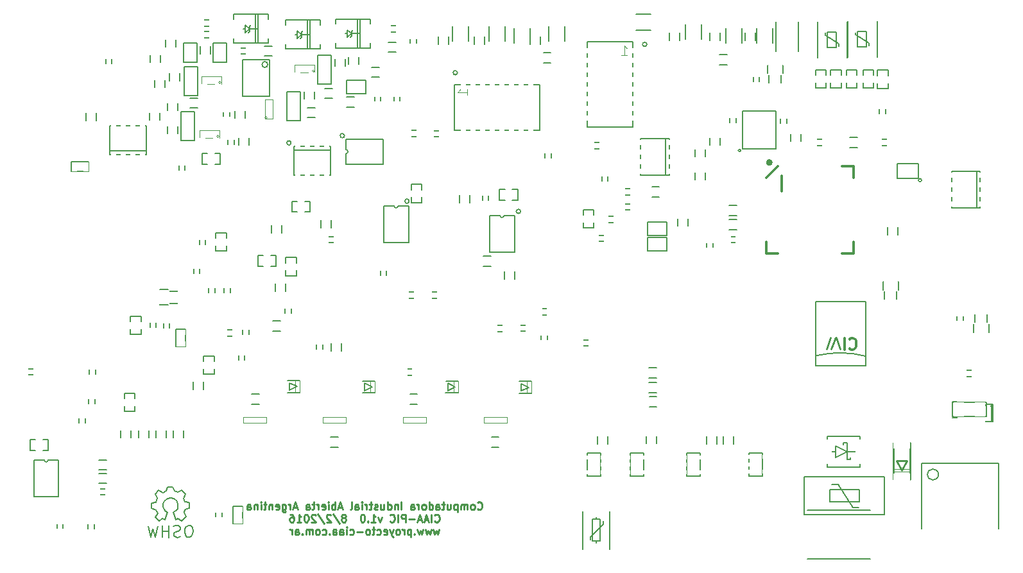
<source format=gbo>
G04 #@! TF.FileFunction,Legend,Bot*
%FSLAX46Y46*%
G04 Gerber Fmt 4.6, Leading zero omitted, Abs format (unit mm)*
G04 Created by KiCad (PCBNEW 4.0.2+dfsg1-2~bpo8+1-stable) date vie 30 sep 2016 00:33:51 ART*
%MOMM*%
G01*
G04 APERTURE LIST*
%ADD10C,0.150000*%
%ADD11C,0.200000*%
%ADD12C,0.279400*%
%ADD13C,0.300000*%
%ADD14C,0.250000*%
%ADD15C,0.066040*%
%ADD16C,0.203200*%
%ADD17C,0.119380*%
%ADD18C,0.127000*%
%ADD19C,0.304800*%
%ADD20C,0.508000*%
%ADD21C,0.152400*%
%ADD22C,0.254000*%
%ADD23C,0.078740*%
%ADD24C,0.088900*%
%ADD25C,3.860800*%
%ADD26R,1.574800X1.574800*%
%ADD27C,1.574800*%
%ADD28C,1.550800*%
%ADD29C,2.250800*%
%ADD30C,1.850800*%
%ADD31R,1.850800X1.850800*%
%ADD32R,2.250440X0.650240*%
%ADD33R,0.650240X2.250440*%
%ADD34C,3.901440*%
%ADD35C,2.590800*%
%ADD36R,0.965200X0.965200*%
%ADD37R,2.590800X2.590800*%
%ADD38R,1.651000X1.854200*%
%ADD39R,1.051560X0.949960*%
%ADD40R,0.949960X1.051560*%
%ADD41R,1.854200X1.651000*%
%ADD42R,2.650800X3.250800*%
%ADD43R,1.574800X3.251200*%
%ADD44R,1.450340X1.849120*%
%ADD45R,0.685800X1.193800*%
%ADD46R,1.193800X0.685800*%
%ADD47R,1.016000X1.320800*%
%ADD48R,1.320800X1.016000*%
%ADD49R,1.651000X1.651000*%
%ADD50C,1.651000*%
%ADD51R,3.250800X1.550800*%
%ADD52R,2.550800X1.050800*%
%ADD53R,1.750800X0.950800*%
%ADD54R,0.950800X1.750800*%
%ADD55R,2.750800X3.150800*%
%ADD56R,0.500800X0.500800*%
%ADD57R,1.120800X2.210800*%
%ADD58R,8.382000X7.035800*%
%ADD59R,10.845800X1.955800*%
%ADD60R,1.351280X0.350520*%
%ADD61R,0.304800X1.551940*%
%ADD62R,1.551940X0.304800*%
%ADD63R,0.652780X1.752600*%
%ADD64R,1.752600X0.652780*%
%ADD65R,0.812800X0.558800*%
%ADD66R,1.550800X1.750800*%
%ADD67R,2.250440X1.849120*%
%ADD68R,1.851660X2.250440*%
%ADD69R,1.391920X1.851660*%
%ADD70R,0.850900X1.051560*%
%ADD71R,1.051560X0.850900*%
%ADD72R,0.950800X0.550800*%
%ADD73R,0.550800X0.950800*%
%ADD74C,2.540000*%
%ADD75C,4.550800*%
G04 APERTURE END LIST*
D10*
D11*
X112908981Y-63958980D02*
G75*
G03X112908981Y-63958980I-283981J0D01*
G01*
X98208981Y-62608980D02*
G75*
G03X98208981Y-62608980I-283981J0D01*
G01*
X82633981Y-54925000D02*
G75*
G03X82633981Y-54925000I-283981J0D01*
G01*
X104583981Y-45675000D02*
G75*
G03X104583981Y-45675000I-283981J0D01*
G01*
X129575001Y-41925000D02*
G75*
G03X129575001Y-41925000I-283981J0D01*
G01*
D12*
X154555992Y-80616736D02*
X155089392Y-82166136D01*
X154428992Y-80616736D02*
X153895592Y-82166136D01*
X154428992Y-80616736D02*
X153895592Y-82166136D01*
X153793992Y-80616736D02*
X153260592Y-82166136D01*
X154555992Y-80616736D02*
X155089392Y-82166136D01*
D11*
X158482192Y-75837948D02*
X151878192Y-75837948D01*
X158482192Y-75837948D02*
X151878192Y-75837948D01*
D12*
X153793992Y-80616736D02*
X153260592Y-82166136D01*
D11*
X151878192Y-84346948D02*
X151878192Y-75837948D01*
X158482192Y-75837948D02*
X158482192Y-84346948D01*
X151878192Y-84346948D02*
X151878192Y-75837948D01*
X158482192Y-75837948D02*
X158482192Y-84346948D01*
X151984409Y-82985129D02*
G75*
G02X158482192Y-83076948I3068783J-12791819D01*
G01*
D13*
X156292857Y-82035714D02*
X156364286Y-82107143D01*
X156578572Y-82178571D01*
X156721429Y-82178571D01*
X156935714Y-82107143D01*
X157078572Y-81964286D01*
X157150000Y-81821429D01*
X157221429Y-81535714D01*
X157221429Y-81321429D01*
X157150000Y-81035714D01*
X157078572Y-80892857D01*
X156935714Y-80750000D01*
X156721429Y-80678571D01*
X156578572Y-80678571D01*
X156364286Y-80750000D01*
X156292857Y-80821429D01*
X155650000Y-82178571D02*
X155650000Y-80678571D01*
D11*
X158482192Y-84346948D02*
X151878192Y-84346948D01*
X158482192Y-84346948D02*
X151878192Y-84346948D01*
D14*
X107229764Y-103207143D02*
X107277383Y-103254762D01*
X107420240Y-103302381D01*
X107515478Y-103302381D01*
X107658336Y-103254762D01*
X107753574Y-103159524D01*
X107801193Y-103064286D01*
X107848812Y-102873810D01*
X107848812Y-102730952D01*
X107801193Y-102540476D01*
X107753574Y-102445238D01*
X107658336Y-102350000D01*
X107515478Y-102302381D01*
X107420240Y-102302381D01*
X107277383Y-102350000D01*
X107229764Y-102397619D01*
X106658336Y-103302381D02*
X106753574Y-103254762D01*
X106801193Y-103207143D01*
X106848812Y-103111905D01*
X106848812Y-102826190D01*
X106801193Y-102730952D01*
X106753574Y-102683333D01*
X106658336Y-102635714D01*
X106515478Y-102635714D01*
X106420240Y-102683333D01*
X106372621Y-102730952D01*
X106325002Y-102826190D01*
X106325002Y-103111905D01*
X106372621Y-103207143D01*
X106420240Y-103254762D01*
X106515478Y-103302381D01*
X106658336Y-103302381D01*
X105896431Y-103302381D02*
X105896431Y-102635714D01*
X105896431Y-102730952D02*
X105848812Y-102683333D01*
X105753574Y-102635714D01*
X105610716Y-102635714D01*
X105515478Y-102683333D01*
X105467859Y-102778571D01*
X105467859Y-103302381D01*
X105467859Y-102778571D02*
X105420240Y-102683333D01*
X105325002Y-102635714D01*
X105182145Y-102635714D01*
X105086907Y-102683333D01*
X105039288Y-102778571D01*
X105039288Y-103302381D01*
X104563098Y-102635714D02*
X104563098Y-103635714D01*
X104563098Y-102683333D02*
X104467860Y-102635714D01*
X104277383Y-102635714D01*
X104182145Y-102683333D01*
X104134526Y-102730952D01*
X104086907Y-102826190D01*
X104086907Y-103111905D01*
X104134526Y-103207143D01*
X104182145Y-103254762D01*
X104277383Y-103302381D01*
X104467860Y-103302381D01*
X104563098Y-103254762D01*
X103229764Y-102635714D02*
X103229764Y-103302381D01*
X103658336Y-102635714D02*
X103658336Y-103159524D01*
X103610717Y-103254762D01*
X103515479Y-103302381D01*
X103372621Y-103302381D01*
X103277383Y-103254762D01*
X103229764Y-103207143D01*
X102896431Y-102635714D02*
X102515479Y-102635714D01*
X102753574Y-102302381D02*
X102753574Y-103159524D01*
X102705955Y-103254762D01*
X102610717Y-103302381D01*
X102515479Y-103302381D01*
X101753573Y-103302381D02*
X101753573Y-102778571D01*
X101801192Y-102683333D01*
X101896430Y-102635714D01*
X102086907Y-102635714D01*
X102182145Y-102683333D01*
X101753573Y-103254762D02*
X101848811Y-103302381D01*
X102086907Y-103302381D01*
X102182145Y-103254762D01*
X102229764Y-103159524D01*
X102229764Y-103064286D01*
X102182145Y-102969048D01*
X102086907Y-102921429D01*
X101848811Y-102921429D01*
X101753573Y-102873810D01*
X100848811Y-103302381D02*
X100848811Y-102302381D01*
X100848811Y-103254762D02*
X100944049Y-103302381D01*
X101134526Y-103302381D01*
X101229764Y-103254762D01*
X101277383Y-103207143D01*
X101325002Y-103111905D01*
X101325002Y-102826190D01*
X101277383Y-102730952D01*
X101229764Y-102683333D01*
X101134526Y-102635714D01*
X100944049Y-102635714D01*
X100848811Y-102683333D01*
X100229764Y-103302381D02*
X100325002Y-103254762D01*
X100372621Y-103207143D01*
X100420240Y-103111905D01*
X100420240Y-102826190D01*
X100372621Y-102730952D01*
X100325002Y-102683333D01*
X100229764Y-102635714D01*
X100086906Y-102635714D01*
X99991668Y-102683333D01*
X99944049Y-102730952D01*
X99896430Y-102826190D01*
X99896430Y-103111905D01*
X99944049Y-103207143D01*
X99991668Y-103254762D01*
X100086906Y-103302381D01*
X100229764Y-103302381D01*
X99467859Y-103302381D02*
X99467859Y-102635714D01*
X99467859Y-102826190D02*
X99420240Y-102730952D01*
X99372621Y-102683333D01*
X99277383Y-102635714D01*
X99182144Y-102635714D01*
X98420239Y-103302381D02*
X98420239Y-102778571D01*
X98467858Y-102683333D01*
X98563096Y-102635714D01*
X98753573Y-102635714D01*
X98848811Y-102683333D01*
X98420239Y-103254762D02*
X98515477Y-103302381D01*
X98753573Y-103302381D01*
X98848811Y-103254762D01*
X98896430Y-103159524D01*
X98896430Y-103064286D01*
X98848811Y-102969048D01*
X98753573Y-102921429D01*
X98515477Y-102921429D01*
X98420239Y-102873810D01*
X97182144Y-103302381D02*
X97182144Y-102302381D01*
X96705954Y-102635714D02*
X96705954Y-103302381D01*
X96705954Y-102730952D02*
X96658335Y-102683333D01*
X96563097Y-102635714D01*
X96420239Y-102635714D01*
X96325001Y-102683333D01*
X96277382Y-102778571D01*
X96277382Y-103302381D01*
X95372620Y-103302381D02*
X95372620Y-102302381D01*
X95372620Y-103254762D02*
X95467858Y-103302381D01*
X95658335Y-103302381D01*
X95753573Y-103254762D01*
X95801192Y-103207143D01*
X95848811Y-103111905D01*
X95848811Y-102826190D01*
X95801192Y-102730952D01*
X95753573Y-102683333D01*
X95658335Y-102635714D01*
X95467858Y-102635714D01*
X95372620Y-102683333D01*
X94467858Y-102635714D02*
X94467858Y-103302381D01*
X94896430Y-102635714D02*
X94896430Y-103159524D01*
X94848811Y-103254762D01*
X94753573Y-103302381D01*
X94610715Y-103302381D01*
X94515477Y-103254762D01*
X94467858Y-103207143D01*
X94039287Y-103254762D02*
X93944049Y-103302381D01*
X93753573Y-103302381D01*
X93658334Y-103254762D01*
X93610715Y-103159524D01*
X93610715Y-103111905D01*
X93658334Y-103016667D01*
X93753573Y-102969048D01*
X93896430Y-102969048D01*
X93991668Y-102921429D01*
X94039287Y-102826190D01*
X94039287Y-102778571D01*
X93991668Y-102683333D01*
X93896430Y-102635714D01*
X93753573Y-102635714D01*
X93658334Y-102683333D01*
X93325001Y-102635714D02*
X92944049Y-102635714D01*
X93182144Y-102302381D02*
X93182144Y-103159524D01*
X93134525Y-103254762D01*
X93039287Y-103302381D01*
X92944049Y-103302381D01*
X92610715Y-103302381D02*
X92610715Y-102635714D01*
X92610715Y-102826190D02*
X92563096Y-102730952D01*
X92515477Y-102683333D01*
X92420239Y-102635714D01*
X92325000Y-102635714D01*
X91991667Y-103302381D02*
X91991667Y-102635714D01*
X91991667Y-102302381D02*
X92039286Y-102350000D01*
X91991667Y-102397619D01*
X91944048Y-102350000D01*
X91991667Y-102302381D01*
X91991667Y-102397619D01*
X91086905Y-103302381D02*
X91086905Y-102778571D01*
X91134524Y-102683333D01*
X91229762Y-102635714D01*
X91420239Y-102635714D01*
X91515477Y-102683333D01*
X91086905Y-103254762D02*
X91182143Y-103302381D01*
X91420239Y-103302381D01*
X91515477Y-103254762D01*
X91563096Y-103159524D01*
X91563096Y-103064286D01*
X91515477Y-102969048D01*
X91420239Y-102921429D01*
X91182143Y-102921429D01*
X91086905Y-102873810D01*
X90467858Y-103302381D02*
X90563096Y-103254762D01*
X90610715Y-103159524D01*
X90610715Y-102302381D01*
X89372619Y-103016667D02*
X88896428Y-103016667D01*
X89467857Y-103302381D02*
X89134524Y-102302381D01*
X88801190Y-103302381D01*
X88467857Y-103302381D02*
X88467857Y-102302381D01*
X88467857Y-102683333D02*
X88372619Y-102635714D01*
X88182142Y-102635714D01*
X88086904Y-102683333D01*
X88039285Y-102730952D01*
X87991666Y-102826190D01*
X87991666Y-103111905D01*
X88039285Y-103207143D01*
X88086904Y-103254762D01*
X88182142Y-103302381D01*
X88372619Y-103302381D01*
X88467857Y-103254762D01*
X87563095Y-103302381D02*
X87563095Y-102635714D01*
X87563095Y-102302381D02*
X87610714Y-102350000D01*
X87563095Y-102397619D01*
X87515476Y-102350000D01*
X87563095Y-102302381D01*
X87563095Y-102397619D01*
X86705952Y-103254762D02*
X86801190Y-103302381D01*
X86991667Y-103302381D01*
X87086905Y-103254762D01*
X87134524Y-103159524D01*
X87134524Y-102778571D01*
X87086905Y-102683333D01*
X86991667Y-102635714D01*
X86801190Y-102635714D01*
X86705952Y-102683333D01*
X86658333Y-102778571D01*
X86658333Y-102873810D01*
X87134524Y-102969048D01*
X86229762Y-103302381D02*
X86229762Y-102635714D01*
X86229762Y-102826190D02*
X86182143Y-102730952D01*
X86134524Y-102683333D01*
X86039286Y-102635714D01*
X85944047Y-102635714D01*
X85753571Y-102635714D02*
X85372619Y-102635714D01*
X85610714Y-102302381D02*
X85610714Y-103159524D01*
X85563095Y-103254762D01*
X85467857Y-103302381D01*
X85372619Y-103302381D01*
X84610713Y-103302381D02*
X84610713Y-102778571D01*
X84658332Y-102683333D01*
X84753570Y-102635714D01*
X84944047Y-102635714D01*
X85039285Y-102683333D01*
X84610713Y-103254762D02*
X84705951Y-103302381D01*
X84944047Y-103302381D01*
X85039285Y-103254762D01*
X85086904Y-103159524D01*
X85086904Y-103064286D01*
X85039285Y-102969048D01*
X84944047Y-102921429D01*
X84705951Y-102921429D01*
X84610713Y-102873810D01*
X83420237Y-103016667D02*
X82944046Y-103016667D01*
X83515475Y-103302381D02*
X83182142Y-102302381D01*
X82848808Y-103302381D01*
X82515475Y-103302381D02*
X82515475Y-102635714D01*
X82515475Y-102826190D02*
X82467856Y-102730952D01*
X82420237Y-102683333D01*
X82324999Y-102635714D01*
X82229760Y-102635714D01*
X81467855Y-102635714D02*
X81467855Y-103445238D01*
X81515474Y-103540476D01*
X81563093Y-103588095D01*
X81658332Y-103635714D01*
X81801189Y-103635714D01*
X81896427Y-103588095D01*
X81467855Y-103254762D02*
X81563093Y-103302381D01*
X81753570Y-103302381D01*
X81848808Y-103254762D01*
X81896427Y-103207143D01*
X81944046Y-103111905D01*
X81944046Y-102826190D01*
X81896427Y-102730952D01*
X81848808Y-102683333D01*
X81753570Y-102635714D01*
X81563093Y-102635714D01*
X81467855Y-102683333D01*
X80610712Y-103254762D02*
X80705950Y-103302381D01*
X80896427Y-103302381D01*
X80991665Y-103254762D01*
X81039284Y-103159524D01*
X81039284Y-102778571D01*
X80991665Y-102683333D01*
X80896427Y-102635714D01*
X80705950Y-102635714D01*
X80610712Y-102683333D01*
X80563093Y-102778571D01*
X80563093Y-102873810D01*
X81039284Y-102969048D01*
X80134522Y-102635714D02*
X80134522Y-103302381D01*
X80134522Y-102730952D02*
X80086903Y-102683333D01*
X79991665Y-102635714D01*
X79848807Y-102635714D01*
X79753569Y-102683333D01*
X79705950Y-102778571D01*
X79705950Y-103302381D01*
X79372617Y-102635714D02*
X78991665Y-102635714D01*
X79229760Y-102302381D02*
X79229760Y-103159524D01*
X79182141Y-103254762D01*
X79086903Y-103302381D01*
X78991665Y-103302381D01*
X78658331Y-103302381D02*
X78658331Y-102635714D01*
X78658331Y-102302381D02*
X78705950Y-102350000D01*
X78658331Y-102397619D01*
X78610712Y-102350000D01*
X78658331Y-102302381D01*
X78658331Y-102397619D01*
X78182141Y-102635714D02*
X78182141Y-103302381D01*
X78182141Y-102730952D02*
X78134522Y-102683333D01*
X78039284Y-102635714D01*
X77896426Y-102635714D01*
X77801188Y-102683333D01*
X77753569Y-102778571D01*
X77753569Y-103302381D01*
X76848807Y-103302381D02*
X76848807Y-102778571D01*
X76896426Y-102683333D01*
X76991664Y-102635714D01*
X77182141Y-102635714D01*
X77277379Y-102683333D01*
X76848807Y-103254762D02*
X76944045Y-103302381D01*
X77182141Y-103302381D01*
X77277379Y-103254762D01*
X77324998Y-103159524D01*
X77324998Y-103064286D01*
X77277379Y-102969048D01*
X77182141Y-102921429D01*
X76944045Y-102921429D01*
X76848807Y-102873810D01*
X101586904Y-104857143D02*
X101634523Y-104904762D01*
X101777380Y-104952381D01*
X101872618Y-104952381D01*
X102015476Y-104904762D01*
X102110714Y-104809524D01*
X102158333Y-104714286D01*
X102205952Y-104523810D01*
X102205952Y-104380952D01*
X102158333Y-104190476D01*
X102110714Y-104095238D01*
X102015476Y-104000000D01*
X101872618Y-103952381D01*
X101777380Y-103952381D01*
X101634523Y-104000000D01*
X101586904Y-104047619D01*
X101158333Y-104952381D02*
X101158333Y-103952381D01*
X100729762Y-104666667D02*
X100253571Y-104666667D01*
X100825000Y-104952381D02*
X100491667Y-103952381D01*
X100158333Y-104952381D01*
X99872619Y-104666667D02*
X99396428Y-104666667D01*
X99967857Y-104952381D02*
X99634524Y-103952381D01*
X99301190Y-104952381D01*
X98967857Y-104571429D02*
X98205952Y-104571429D01*
X97729762Y-104952381D02*
X97729762Y-103952381D01*
X97348809Y-103952381D01*
X97253571Y-104000000D01*
X97205952Y-104047619D01*
X97158333Y-104142857D01*
X97158333Y-104285714D01*
X97205952Y-104380952D01*
X97253571Y-104428571D01*
X97348809Y-104476190D01*
X97729762Y-104476190D01*
X96729762Y-104952381D02*
X96729762Y-103952381D01*
X95682143Y-104857143D02*
X95729762Y-104904762D01*
X95872619Y-104952381D01*
X95967857Y-104952381D01*
X96110715Y-104904762D01*
X96205953Y-104809524D01*
X96253572Y-104714286D01*
X96301191Y-104523810D01*
X96301191Y-104380952D01*
X96253572Y-104190476D01*
X96205953Y-104095238D01*
X96110715Y-104000000D01*
X95967857Y-103952381D01*
X95872619Y-103952381D01*
X95729762Y-104000000D01*
X95682143Y-104047619D01*
X94586905Y-104285714D02*
X94348810Y-104952381D01*
X94110714Y-104285714D01*
X93205952Y-104952381D02*
X93777381Y-104952381D01*
X93491667Y-104952381D02*
X93491667Y-103952381D01*
X93586905Y-104095238D01*
X93682143Y-104190476D01*
X93777381Y-104238095D01*
X92777381Y-104857143D02*
X92729762Y-104904762D01*
X92777381Y-104952381D01*
X92825000Y-104904762D01*
X92777381Y-104857143D01*
X92777381Y-104952381D01*
X92110715Y-103952381D02*
X92015476Y-103952381D01*
X91920238Y-104000000D01*
X91872619Y-104047619D01*
X91825000Y-104142857D01*
X91777381Y-104333333D01*
X91777381Y-104571429D01*
X91825000Y-104761905D01*
X91872619Y-104857143D01*
X91920238Y-104904762D01*
X92015476Y-104952381D01*
X92110715Y-104952381D01*
X92205953Y-104904762D01*
X92253572Y-104857143D01*
X92301191Y-104761905D01*
X92348810Y-104571429D01*
X92348810Y-104333333D01*
X92301191Y-104142857D01*
X92253572Y-104047619D01*
X92205953Y-104000000D01*
X92110715Y-103952381D01*
X89682143Y-104380952D02*
X89777381Y-104333333D01*
X89825000Y-104285714D01*
X89872619Y-104190476D01*
X89872619Y-104142857D01*
X89825000Y-104047619D01*
X89777381Y-104000000D01*
X89682143Y-103952381D01*
X89491666Y-103952381D01*
X89396428Y-104000000D01*
X89348809Y-104047619D01*
X89301190Y-104142857D01*
X89301190Y-104190476D01*
X89348809Y-104285714D01*
X89396428Y-104333333D01*
X89491666Y-104380952D01*
X89682143Y-104380952D01*
X89777381Y-104428571D01*
X89825000Y-104476190D01*
X89872619Y-104571429D01*
X89872619Y-104761905D01*
X89825000Y-104857143D01*
X89777381Y-104904762D01*
X89682143Y-104952381D01*
X89491666Y-104952381D01*
X89396428Y-104904762D01*
X89348809Y-104857143D01*
X89301190Y-104761905D01*
X89301190Y-104571429D01*
X89348809Y-104476190D01*
X89396428Y-104428571D01*
X89491666Y-104380952D01*
X88158333Y-103904762D02*
X89015476Y-105190476D01*
X87872619Y-104047619D02*
X87825000Y-104000000D01*
X87729762Y-103952381D01*
X87491666Y-103952381D01*
X87396428Y-104000000D01*
X87348809Y-104047619D01*
X87301190Y-104142857D01*
X87301190Y-104238095D01*
X87348809Y-104380952D01*
X87920238Y-104952381D01*
X87301190Y-104952381D01*
X86158333Y-103904762D02*
X87015476Y-105190476D01*
X85872619Y-104047619D02*
X85825000Y-104000000D01*
X85729762Y-103952381D01*
X85491666Y-103952381D01*
X85396428Y-104000000D01*
X85348809Y-104047619D01*
X85301190Y-104142857D01*
X85301190Y-104238095D01*
X85348809Y-104380952D01*
X85920238Y-104952381D01*
X85301190Y-104952381D01*
X84682143Y-103952381D02*
X84586904Y-103952381D01*
X84491666Y-104000000D01*
X84444047Y-104047619D01*
X84396428Y-104142857D01*
X84348809Y-104333333D01*
X84348809Y-104571429D01*
X84396428Y-104761905D01*
X84444047Y-104857143D01*
X84491666Y-104904762D01*
X84586904Y-104952381D01*
X84682143Y-104952381D01*
X84777381Y-104904762D01*
X84825000Y-104857143D01*
X84872619Y-104761905D01*
X84920238Y-104571429D01*
X84920238Y-104333333D01*
X84872619Y-104142857D01*
X84825000Y-104047619D01*
X84777381Y-104000000D01*
X84682143Y-103952381D01*
X83396428Y-104952381D02*
X83967857Y-104952381D01*
X83682143Y-104952381D02*
X83682143Y-103952381D01*
X83777381Y-104095238D01*
X83872619Y-104190476D01*
X83967857Y-104238095D01*
X82539285Y-103952381D02*
X82729762Y-103952381D01*
X82825000Y-104000000D01*
X82872619Y-104047619D01*
X82967857Y-104190476D01*
X83015476Y-104380952D01*
X83015476Y-104761905D01*
X82967857Y-104857143D01*
X82920238Y-104904762D01*
X82825000Y-104952381D01*
X82634523Y-104952381D01*
X82539285Y-104904762D01*
X82491666Y-104857143D01*
X82444047Y-104761905D01*
X82444047Y-104523810D01*
X82491666Y-104428571D01*
X82539285Y-104380952D01*
X82634523Y-104333333D01*
X82825000Y-104333333D01*
X82920238Y-104380952D01*
X82967857Y-104428571D01*
X83015476Y-104523810D01*
X102158333Y-105935714D02*
X101967857Y-106602381D01*
X101777380Y-106126190D01*
X101586904Y-106602381D01*
X101396428Y-105935714D01*
X101110714Y-105935714D02*
X100920238Y-106602381D01*
X100729761Y-106126190D01*
X100539285Y-106602381D01*
X100348809Y-105935714D01*
X100063095Y-105935714D02*
X99872619Y-106602381D01*
X99682142Y-106126190D01*
X99491666Y-106602381D01*
X99301190Y-105935714D01*
X98920238Y-106507143D02*
X98872619Y-106554762D01*
X98920238Y-106602381D01*
X98967857Y-106554762D01*
X98920238Y-106507143D01*
X98920238Y-106602381D01*
X98444048Y-105935714D02*
X98444048Y-106935714D01*
X98444048Y-105983333D02*
X98348810Y-105935714D01*
X98158333Y-105935714D01*
X98063095Y-105983333D01*
X98015476Y-106030952D01*
X97967857Y-106126190D01*
X97967857Y-106411905D01*
X98015476Y-106507143D01*
X98063095Y-106554762D01*
X98158333Y-106602381D01*
X98348810Y-106602381D01*
X98444048Y-106554762D01*
X97539286Y-106602381D02*
X97539286Y-105935714D01*
X97539286Y-106126190D02*
X97491667Y-106030952D01*
X97444048Y-105983333D01*
X97348810Y-105935714D01*
X97253571Y-105935714D01*
X96777381Y-106602381D02*
X96872619Y-106554762D01*
X96920238Y-106507143D01*
X96967857Y-106411905D01*
X96967857Y-106126190D01*
X96920238Y-106030952D01*
X96872619Y-105983333D01*
X96777381Y-105935714D01*
X96634523Y-105935714D01*
X96539285Y-105983333D01*
X96491666Y-106030952D01*
X96444047Y-106126190D01*
X96444047Y-106411905D01*
X96491666Y-106507143D01*
X96539285Y-106554762D01*
X96634523Y-106602381D01*
X96777381Y-106602381D01*
X96110714Y-105935714D02*
X95872619Y-106602381D01*
X95634523Y-105935714D02*
X95872619Y-106602381D01*
X95967857Y-106840476D01*
X96015476Y-106888095D01*
X96110714Y-106935714D01*
X94872618Y-106554762D02*
X94967856Y-106602381D01*
X95158333Y-106602381D01*
X95253571Y-106554762D01*
X95301190Y-106459524D01*
X95301190Y-106078571D01*
X95253571Y-105983333D01*
X95158333Y-105935714D01*
X94967856Y-105935714D01*
X94872618Y-105983333D01*
X94824999Y-106078571D01*
X94824999Y-106173810D01*
X95301190Y-106269048D01*
X93967856Y-106554762D02*
X94063094Y-106602381D01*
X94253571Y-106602381D01*
X94348809Y-106554762D01*
X94396428Y-106507143D01*
X94444047Y-106411905D01*
X94444047Y-106126190D01*
X94396428Y-106030952D01*
X94348809Y-105983333D01*
X94253571Y-105935714D01*
X94063094Y-105935714D01*
X93967856Y-105983333D01*
X93682142Y-105935714D02*
X93301190Y-105935714D01*
X93539285Y-105602381D02*
X93539285Y-106459524D01*
X93491666Y-106554762D01*
X93396428Y-106602381D01*
X93301190Y-106602381D01*
X92824999Y-106602381D02*
X92920237Y-106554762D01*
X92967856Y-106507143D01*
X93015475Y-106411905D01*
X93015475Y-106126190D01*
X92967856Y-106030952D01*
X92920237Y-105983333D01*
X92824999Y-105935714D01*
X92682141Y-105935714D01*
X92586903Y-105983333D01*
X92539284Y-106030952D01*
X92491665Y-106126190D01*
X92491665Y-106411905D01*
X92539284Y-106507143D01*
X92586903Y-106554762D01*
X92682141Y-106602381D01*
X92824999Y-106602381D01*
X92063094Y-106221429D02*
X91301189Y-106221429D01*
X90396427Y-106554762D02*
X90491665Y-106602381D01*
X90682142Y-106602381D01*
X90777380Y-106554762D01*
X90824999Y-106507143D01*
X90872618Y-106411905D01*
X90872618Y-106126190D01*
X90824999Y-106030952D01*
X90777380Y-105983333D01*
X90682142Y-105935714D01*
X90491665Y-105935714D01*
X90396427Y-105983333D01*
X89967856Y-106602381D02*
X89967856Y-105935714D01*
X89967856Y-105602381D02*
X90015475Y-105650000D01*
X89967856Y-105697619D01*
X89920237Y-105650000D01*
X89967856Y-105602381D01*
X89967856Y-105697619D01*
X89063094Y-106602381D02*
X89063094Y-106078571D01*
X89110713Y-105983333D01*
X89205951Y-105935714D01*
X89396428Y-105935714D01*
X89491666Y-105983333D01*
X89063094Y-106554762D02*
X89158332Y-106602381D01*
X89396428Y-106602381D01*
X89491666Y-106554762D01*
X89539285Y-106459524D01*
X89539285Y-106364286D01*
X89491666Y-106269048D01*
X89396428Y-106221429D01*
X89158332Y-106221429D01*
X89063094Y-106173810D01*
X88158332Y-106602381D02*
X88158332Y-106078571D01*
X88205951Y-105983333D01*
X88301189Y-105935714D01*
X88491666Y-105935714D01*
X88586904Y-105983333D01*
X88158332Y-106554762D02*
X88253570Y-106602381D01*
X88491666Y-106602381D01*
X88586904Y-106554762D01*
X88634523Y-106459524D01*
X88634523Y-106364286D01*
X88586904Y-106269048D01*
X88491666Y-106221429D01*
X88253570Y-106221429D01*
X88158332Y-106173810D01*
X87682142Y-106507143D02*
X87634523Y-106554762D01*
X87682142Y-106602381D01*
X87729761Y-106554762D01*
X87682142Y-106507143D01*
X87682142Y-106602381D01*
X86777380Y-106554762D02*
X86872618Y-106602381D01*
X87063095Y-106602381D01*
X87158333Y-106554762D01*
X87205952Y-106507143D01*
X87253571Y-106411905D01*
X87253571Y-106126190D01*
X87205952Y-106030952D01*
X87158333Y-105983333D01*
X87063095Y-105935714D01*
X86872618Y-105935714D01*
X86777380Y-105983333D01*
X86205952Y-106602381D02*
X86301190Y-106554762D01*
X86348809Y-106507143D01*
X86396428Y-106411905D01*
X86396428Y-106126190D01*
X86348809Y-106030952D01*
X86301190Y-105983333D01*
X86205952Y-105935714D01*
X86063094Y-105935714D01*
X85967856Y-105983333D01*
X85920237Y-106030952D01*
X85872618Y-106126190D01*
X85872618Y-106411905D01*
X85920237Y-106507143D01*
X85967856Y-106554762D01*
X86063094Y-106602381D01*
X86205952Y-106602381D01*
X85444047Y-106602381D02*
X85444047Y-105935714D01*
X85444047Y-106030952D02*
X85396428Y-105983333D01*
X85301190Y-105935714D01*
X85158332Y-105935714D01*
X85063094Y-105983333D01*
X85015475Y-106078571D01*
X85015475Y-106602381D01*
X85015475Y-106078571D02*
X84967856Y-105983333D01*
X84872618Y-105935714D01*
X84729761Y-105935714D01*
X84634523Y-105983333D01*
X84586904Y-106078571D01*
X84586904Y-106602381D01*
X84110714Y-106507143D02*
X84063095Y-106554762D01*
X84110714Y-106602381D01*
X84158333Y-106554762D01*
X84110714Y-106507143D01*
X84110714Y-106602381D01*
X83205952Y-106602381D02*
X83205952Y-106078571D01*
X83253571Y-105983333D01*
X83348809Y-105935714D01*
X83539286Y-105935714D01*
X83634524Y-105983333D01*
X83205952Y-106554762D02*
X83301190Y-106602381D01*
X83539286Y-106602381D01*
X83634524Y-106554762D01*
X83682143Y-106459524D01*
X83682143Y-106364286D01*
X83634524Y-106269048D01*
X83539286Y-106221429D01*
X83301190Y-106221429D01*
X83205952Y-106173810D01*
X82729762Y-106602381D02*
X82729762Y-105935714D01*
X82729762Y-106126190D02*
X82682143Y-106030952D01*
X82634524Y-105983333D01*
X82539286Y-105935714D01*
X82444047Y-105935714D01*
D11*
X174304500Y-89409500D02*
X174304500Y-89536500D01*
X175193500Y-89409500D02*
X174304500Y-89409500D01*
X175193500Y-89536500D02*
X175193500Y-89409500D01*
X174304500Y-91695500D02*
X174304500Y-91568500D01*
X175193500Y-91695500D02*
X174304500Y-91695500D01*
X175193500Y-91568500D02*
X175193500Y-91695500D01*
X175066500Y-89663500D02*
X174939500Y-89663500D01*
X175066500Y-91568500D02*
X175066500Y-89663500D01*
X175193500Y-91568500D02*
X174939500Y-91568500D01*
X175193500Y-89536500D02*
X174939500Y-89536500D01*
X175193500Y-91568500D02*
X175193500Y-89536500D01*
X89683981Y-53975000D02*
G75*
G03X89683981Y-53975000I-283981J0D01*
G01*
D15*
X129116380Y-42487580D02*
X129116380Y-42987960D01*
X129116380Y-42987960D02*
X127787960Y-42987960D01*
X127787960Y-42487580D02*
X127787960Y-42987960D01*
X129116380Y-42487580D02*
X127787960Y-42487580D01*
X129116380Y-43757580D02*
X129116380Y-44257960D01*
X129116380Y-44257960D02*
X127787960Y-44257960D01*
X127787960Y-43757580D02*
X127787960Y-44257960D01*
X129116380Y-43757580D02*
X127787960Y-43757580D01*
X129116380Y-45027580D02*
X129116380Y-45527960D01*
X129116380Y-45527960D02*
X127787960Y-45527960D01*
X127787960Y-45027580D02*
X127787960Y-45527960D01*
X129116380Y-45027580D02*
X127787960Y-45027580D01*
X129116380Y-46297580D02*
X129116380Y-46797960D01*
X129116380Y-46797960D02*
X127787960Y-46797960D01*
X127787960Y-46297580D02*
X127787960Y-46797960D01*
X129116380Y-46297580D02*
X127787960Y-46297580D01*
X129116380Y-47565040D02*
X129116380Y-48065420D01*
X129116380Y-48065420D02*
X127787960Y-48065420D01*
X127787960Y-47565040D02*
X127787960Y-48065420D01*
X129116380Y-47565040D02*
X127787960Y-47565040D01*
X129116380Y-48835040D02*
X129116380Y-49335420D01*
X129116380Y-49335420D02*
X127787960Y-49335420D01*
X127787960Y-48835040D02*
X127787960Y-49335420D01*
X129116380Y-48835040D02*
X127787960Y-48835040D01*
X129116380Y-50105040D02*
X129116380Y-50605420D01*
X129116380Y-50605420D02*
X127787960Y-50605420D01*
X127787960Y-50105040D02*
X127787960Y-50605420D01*
X129116380Y-50105040D02*
X127787960Y-50105040D01*
X129116380Y-51375040D02*
X129116380Y-51875420D01*
X129116380Y-51875420D02*
X127787960Y-51875420D01*
X127787960Y-51375040D02*
X127787960Y-51875420D01*
X129116380Y-51375040D02*
X127787960Y-51375040D01*
X121570040Y-51375040D02*
X121570040Y-51875420D01*
X121570040Y-51875420D02*
X120241620Y-51875420D01*
X120241620Y-51375040D02*
X120241620Y-51875420D01*
X121570040Y-51375040D02*
X120241620Y-51375040D01*
X121570040Y-50105040D02*
X121570040Y-50605420D01*
X121570040Y-50605420D02*
X120241620Y-50605420D01*
X120241620Y-50105040D02*
X120241620Y-50605420D01*
X121570040Y-50105040D02*
X120241620Y-50105040D01*
X121570040Y-48835040D02*
X121570040Y-49335420D01*
X121570040Y-49335420D02*
X120241620Y-49335420D01*
X120241620Y-48835040D02*
X120241620Y-49335420D01*
X121570040Y-48835040D02*
X120241620Y-48835040D01*
X121570040Y-47565040D02*
X121570040Y-48065420D01*
X121570040Y-48065420D02*
X120241620Y-48065420D01*
X120241620Y-47565040D02*
X120241620Y-48065420D01*
X121570040Y-47565040D02*
X120241620Y-47565040D01*
X121570040Y-46297580D02*
X121570040Y-46797960D01*
X121570040Y-46797960D02*
X120241620Y-46797960D01*
X120241620Y-46297580D02*
X120241620Y-46797960D01*
X121570040Y-46297580D02*
X120241620Y-46297580D01*
X121570040Y-45027580D02*
X121570040Y-45527960D01*
X121570040Y-45527960D02*
X120241620Y-45527960D01*
X120241620Y-45027580D02*
X120241620Y-45527960D01*
X121570040Y-45027580D02*
X120241620Y-45027580D01*
X121570040Y-43757580D02*
X121570040Y-44257960D01*
X121570040Y-44257960D02*
X120241620Y-44257960D01*
X120241620Y-43757580D02*
X120241620Y-44257960D01*
X121570040Y-43757580D02*
X120241620Y-43757580D01*
X121570040Y-42487580D02*
X121570040Y-42987960D01*
X121570040Y-42987960D02*
X120241620Y-42987960D01*
X120241620Y-42487580D02*
X120241620Y-42987960D01*
X121570040Y-42487580D02*
X120241620Y-42487580D01*
D16*
X121669100Y-52805060D02*
X127688900Y-52805060D01*
X127688900Y-41578260D02*
X121669100Y-41578260D01*
X127688900Y-52805060D02*
X127688900Y-41578260D01*
X121669100Y-41578260D02*
X121669100Y-52805060D01*
D15*
X105126080Y-45779420D02*
X105626460Y-45779420D01*
X105626460Y-45779420D02*
X105626460Y-47107840D01*
X105126080Y-47107840D02*
X105626460Y-47107840D01*
X105126080Y-45779420D02*
X105126080Y-47107840D01*
X106396080Y-45779420D02*
X106896460Y-45779420D01*
X106896460Y-45779420D02*
X106896460Y-47107840D01*
X106396080Y-47107840D02*
X106896460Y-47107840D01*
X106396080Y-45779420D02*
X106396080Y-47107840D01*
X107666080Y-45779420D02*
X108166460Y-45779420D01*
X108166460Y-45779420D02*
X108166460Y-47107840D01*
X107666080Y-47107840D02*
X108166460Y-47107840D01*
X107666080Y-45779420D02*
X107666080Y-47107840D01*
X108936080Y-45779420D02*
X109436460Y-45779420D01*
X109436460Y-45779420D02*
X109436460Y-47107840D01*
X108936080Y-47107840D02*
X109436460Y-47107840D01*
X108936080Y-45779420D02*
X108936080Y-47107840D01*
X110203540Y-45779420D02*
X110703920Y-45779420D01*
X110703920Y-45779420D02*
X110703920Y-47107840D01*
X110203540Y-47107840D02*
X110703920Y-47107840D01*
X110203540Y-45779420D02*
X110203540Y-47107840D01*
X111473540Y-45779420D02*
X111973920Y-45779420D01*
X111973920Y-45779420D02*
X111973920Y-47107840D01*
X111473540Y-47107840D02*
X111973920Y-47107840D01*
X111473540Y-45779420D02*
X111473540Y-47107840D01*
X112743540Y-45779420D02*
X113243920Y-45779420D01*
X113243920Y-45779420D02*
X113243920Y-47107840D01*
X112743540Y-47107840D02*
X113243920Y-47107840D01*
X112743540Y-45779420D02*
X112743540Y-47107840D01*
X114013540Y-45779420D02*
X114513920Y-45779420D01*
X114513920Y-45779420D02*
X114513920Y-47107840D01*
X114013540Y-47107840D02*
X114513920Y-47107840D01*
X114013540Y-45779420D02*
X114013540Y-47107840D01*
X114013540Y-53325760D02*
X114513920Y-53325760D01*
X114513920Y-53325760D02*
X114513920Y-54654180D01*
X114013540Y-54654180D02*
X114513920Y-54654180D01*
X114013540Y-53325760D02*
X114013540Y-54654180D01*
X112743540Y-53325760D02*
X113243920Y-53325760D01*
X113243920Y-53325760D02*
X113243920Y-54654180D01*
X112743540Y-54654180D02*
X113243920Y-54654180D01*
X112743540Y-53325760D02*
X112743540Y-54654180D01*
X111473540Y-53325760D02*
X111973920Y-53325760D01*
X111973920Y-53325760D02*
X111973920Y-54654180D01*
X111473540Y-54654180D02*
X111973920Y-54654180D01*
X111473540Y-53325760D02*
X111473540Y-54654180D01*
X110203540Y-53325760D02*
X110703920Y-53325760D01*
X110703920Y-53325760D02*
X110703920Y-54654180D01*
X110203540Y-54654180D02*
X110703920Y-54654180D01*
X110203540Y-53325760D02*
X110203540Y-54654180D01*
X108936080Y-53325760D02*
X109436460Y-53325760D01*
X109436460Y-53325760D02*
X109436460Y-54654180D01*
X108936080Y-54654180D02*
X109436460Y-54654180D01*
X108936080Y-53325760D02*
X108936080Y-54654180D01*
X107666080Y-53325760D02*
X108166460Y-53325760D01*
X108166460Y-53325760D02*
X108166460Y-54654180D01*
X107666080Y-54654180D02*
X108166460Y-54654180D01*
X107666080Y-53325760D02*
X107666080Y-54654180D01*
X106396080Y-53325760D02*
X106896460Y-53325760D01*
X106896460Y-53325760D02*
X106896460Y-54654180D01*
X106396080Y-54654180D02*
X106896460Y-54654180D01*
X106396080Y-53325760D02*
X106396080Y-54654180D01*
X105126080Y-53325760D02*
X105626460Y-53325760D01*
X105626460Y-53325760D02*
X105626460Y-54654180D01*
X105126080Y-54654180D02*
X105626460Y-54654180D01*
X105126080Y-53325760D02*
X105126080Y-54654180D01*
D16*
X115443560Y-53226700D02*
X115443560Y-47206900D01*
X104216760Y-47206900D02*
X104216760Y-53226700D01*
X115443560Y-47206900D02*
X104216760Y-47206900D01*
X104216760Y-53226700D02*
X115443560Y-53226700D01*
D17*
X86801000Y-91856000D02*
X89849000Y-91856000D01*
X89849000Y-91856000D02*
X89849000Y-91094000D01*
X89849000Y-91094000D02*
X86801000Y-91094000D01*
X86801000Y-91094000D02*
X86801000Y-91856000D01*
X79399000Y-91144000D02*
X76351000Y-91144000D01*
X76351000Y-91144000D02*
X76351000Y-91906000D01*
X76351000Y-91906000D02*
X79399000Y-91906000D01*
X79399000Y-91906000D02*
X79399000Y-91144000D01*
D10*
X65606000Y-76306000D02*
X66368000Y-76306000D01*
X65606000Y-76306000D02*
X65352000Y-76306000D01*
X65352000Y-76306000D02*
X65352000Y-74274000D01*
X65352000Y-74274000D02*
X66368000Y-74274000D01*
X65630000Y-74290000D02*
X66380000Y-74290000D01*
X65630000Y-76290000D02*
X66380000Y-76290000D01*
D18*
X68273000Y-74477200D02*
X68273000Y-76102800D01*
X65987000Y-76102800D02*
X65987000Y-74477200D01*
X65529800Y-76102800D02*
X65529800Y-74477200D01*
X65529800Y-74477200D02*
X68730200Y-74477200D01*
X68730200Y-74477200D02*
X68730200Y-76102800D01*
X68730200Y-76102800D02*
X65529800Y-76102800D01*
X65793600Y-78541200D02*
X66606400Y-78541200D01*
X66581000Y-79658800D02*
X65793600Y-79658800D01*
X66606400Y-79912800D02*
X66606400Y-78287200D01*
X66606400Y-78287200D02*
X65793600Y-78287200D01*
X65793600Y-78287200D02*
X65793600Y-79912800D01*
X65793600Y-79912800D02*
X66606400Y-79912800D01*
X64023600Y-78411200D02*
X64836400Y-78411200D01*
X64811000Y-79528800D02*
X64023600Y-79528800D01*
X64836400Y-79782800D02*
X64836400Y-78157200D01*
X64836400Y-78157200D02*
X64023600Y-78157200D01*
X64023600Y-78157200D02*
X64023600Y-79782800D01*
X64023600Y-79782800D02*
X64836400Y-79782800D01*
X73813600Y-73881200D02*
X74626400Y-73881200D01*
X74601000Y-74998800D02*
X73813600Y-74998800D01*
X74626400Y-75252800D02*
X74626400Y-73627200D01*
X74626400Y-73627200D02*
X73813600Y-73627200D01*
X73813600Y-73627200D02*
X73813600Y-75252800D01*
X73813600Y-75252800D02*
X74626400Y-75252800D01*
X70602400Y-72441800D02*
X69789600Y-72441800D01*
X69815000Y-71324200D02*
X70602400Y-71324200D01*
X69789600Y-71070200D02*
X69789600Y-72695800D01*
X69789600Y-72695800D02*
X70602400Y-72695800D01*
X70602400Y-72695800D02*
X70602400Y-71070200D01*
X70602400Y-71070200D02*
X69789600Y-71070200D01*
X73966200Y-80431400D02*
X73966200Y-79618600D01*
X75083800Y-79644000D02*
X75083800Y-80431400D01*
X75337800Y-79618600D02*
X73712200Y-79618600D01*
X73712200Y-79618600D02*
X73712200Y-80431400D01*
X73712200Y-80431400D02*
X75337800Y-80431400D01*
X75337800Y-80431400D02*
X75337800Y-79618600D01*
X76268600Y-79366200D02*
X77081400Y-79366200D01*
X77056000Y-80483800D02*
X76268600Y-80483800D01*
X77081400Y-80737800D02*
X77081400Y-79112200D01*
X77081400Y-79112200D02*
X76268600Y-79112200D01*
X76268600Y-79112200D02*
X76268600Y-80737800D01*
X76268600Y-80737800D02*
X77081400Y-80737800D01*
X71753600Y-73841200D02*
X72566400Y-73841200D01*
X72541000Y-74958800D02*
X71753600Y-74958800D01*
X72566400Y-75212800D02*
X72566400Y-73587200D01*
X72566400Y-73587200D02*
X71753600Y-73587200D01*
X71753600Y-73587200D02*
X71753600Y-75212800D01*
X71753600Y-75212800D02*
X72566400Y-75212800D01*
X55946600Y-88494600D02*
X56759400Y-88494600D01*
X56734000Y-89612200D02*
X55946600Y-89612200D01*
X56759400Y-89866200D02*
X56759400Y-88240600D01*
X56759400Y-88240600D02*
X55946600Y-88240600D01*
X55946600Y-88240600D02*
X55946600Y-89866200D01*
X55946600Y-89866200D02*
X56759400Y-89866200D01*
X56835600Y-85751400D02*
X56022800Y-85751400D01*
X56048200Y-84633800D02*
X56835600Y-84633800D01*
X56022800Y-84379800D02*
X56022800Y-86005400D01*
X56022800Y-86005400D02*
X56835600Y-86005400D01*
X56835600Y-86005400D02*
X56835600Y-84379800D01*
X56835600Y-84379800D02*
X56022800Y-84379800D01*
X48885400Y-84735400D02*
X48885400Y-85548200D01*
X47767800Y-85522800D02*
X47767800Y-84735400D01*
X47513800Y-85548200D02*
X49139400Y-85548200D01*
X49139400Y-85548200D02*
X49139400Y-84735400D01*
X49139400Y-84735400D02*
X47513800Y-84735400D01*
X47513800Y-84735400D02*
X47513800Y-85548200D01*
X55481400Y-92158800D02*
X54668600Y-92158800D01*
X54694000Y-91041200D02*
X55481400Y-91041200D01*
X54668600Y-90787200D02*
X54668600Y-92412800D01*
X54668600Y-92412800D02*
X55481400Y-92412800D01*
X55481400Y-92412800D02*
X55481400Y-90787200D01*
X55481400Y-90787200D02*
X54668600Y-90787200D01*
X82647080Y-77699600D02*
X81834280Y-77699600D01*
X81859680Y-76582000D02*
X82647080Y-76582000D01*
X81834280Y-76328000D02*
X81834280Y-77953600D01*
X81834280Y-77953600D02*
X82647080Y-77953600D01*
X82647080Y-77953600D02*
X82647080Y-76328000D01*
X82647080Y-76328000D02*
X81834280Y-76328000D01*
D10*
X160721600Y-73534000D02*
X160721600Y-74296000D01*
X160721600Y-73534000D02*
X160721600Y-73280000D01*
X160721600Y-73280000D02*
X162753600Y-73280000D01*
X162753600Y-73280000D02*
X162753600Y-74296000D01*
X162737600Y-73558000D02*
X162737600Y-74308000D01*
X160737600Y-73558000D02*
X160737600Y-74308000D01*
D18*
X162550400Y-76201000D02*
X160924800Y-76201000D01*
X160924800Y-73915000D02*
X162550400Y-73915000D01*
X160924800Y-73457800D02*
X162550400Y-73457800D01*
X162550400Y-73457800D02*
X162550400Y-76658200D01*
X162550400Y-76658200D02*
X160924800Y-76658200D01*
X160924800Y-76658200D02*
X160924800Y-73457800D01*
X99406000Y-53290200D02*
X99406000Y-54103000D01*
X98288400Y-54077600D02*
X98288400Y-53290200D01*
X98034400Y-54103000D02*
X99660000Y-54103000D01*
X99660000Y-54103000D02*
X99660000Y-53290200D01*
X99660000Y-53290200D02*
X98034400Y-53290200D01*
X98034400Y-53290200D02*
X98034400Y-54103000D01*
X96205600Y-48591200D02*
X97018400Y-48591200D01*
X96993000Y-49708800D02*
X96205600Y-49708800D01*
X97018400Y-49962800D02*
X97018400Y-48337200D01*
X97018400Y-48337200D02*
X96205600Y-48337200D01*
X96205600Y-48337200D02*
X96205600Y-49962800D01*
X96205600Y-49962800D02*
X97018400Y-49962800D01*
D10*
X145459000Y-44976000D02*
X145459000Y-45738000D01*
X145459000Y-44976000D02*
X145459000Y-44722000D01*
X145459000Y-44722000D02*
X147491000Y-44722000D01*
X147491000Y-44722000D02*
X147491000Y-45738000D01*
X147475000Y-45000000D02*
X147475000Y-45750000D01*
X145475000Y-45000000D02*
X145475000Y-45750000D01*
D18*
X147287800Y-47643000D02*
X145662200Y-47643000D01*
X145662200Y-45357000D02*
X147287800Y-45357000D01*
X145662200Y-44899800D02*
X147287800Y-44899800D01*
X147287800Y-44899800D02*
X147287800Y-48100200D01*
X147287800Y-48100200D02*
X145662200Y-48100200D01*
X145662200Y-48100200D02*
X145662200Y-44899800D01*
X68651680Y-58799460D02*
X67838880Y-58799460D01*
X67864280Y-57681860D02*
X68651680Y-57681860D01*
X67838880Y-57427860D02*
X67838880Y-59053460D01*
X67838880Y-59053460D02*
X68651680Y-59053460D01*
X68651680Y-59053460D02*
X68651680Y-57427860D01*
X68651680Y-57427860D02*
X67838880Y-57427860D01*
X58981900Y-44730400D02*
X58169100Y-44730400D01*
X58194500Y-43612800D02*
X58981900Y-43612800D01*
X58169100Y-43358800D02*
X58169100Y-44984400D01*
X58169100Y-44984400D02*
X58981900Y-44984400D01*
X58981900Y-44984400D02*
X58981900Y-43358800D01*
X58981900Y-43358800D02*
X58169100Y-43358800D01*
D10*
X174685500Y-79630500D02*
X174685500Y-78868500D01*
X174685500Y-79630500D02*
X174685500Y-79884500D01*
X174685500Y-79884500D02*
X172653500Y-79884500D01*
X172653500Y-79884500D02*
X172653500Y-78868500D01*
X172669500Y-79606500D02*
X172669500Y-78856500D01*
X174669500Y-79606500D02*
X174669500Y-78856500D01*
D18*
X172856700Y-76963500D02*
X174482300Y-76963500D01*
X174482300Y-79249500D02*
X172856700Y-79249500D01*
X174482300Y-79706700D02*
X172856700Y-79706700D01*
X172856700Y-79706700D02*
X172856700Y-76506300D01*
X172856700Y-76506300D02*
X174482300Y-76506300D01*
X174482300Y-76506300D02*
X174482300Y-79706700D01*
X170469100Y-77547700D02*
X171281900Y-77547700D01*
X171256500Y-78665300D02*
X170469100Y-78665300D01*
X171281900Y-78919300D02*
X171281900Y-77293700D01*
X171281900Y-77293700D02*
X170469100Y-77293700D01*
X170469100Y-77293700D02*
X170469100Y-78919300D01*
X170469100Y-78919300D02*
X171281900Y-78919300D01*
X76850800Y-42393600D02*
X76850800Y-43206400D01*
X75733200Y-43181000D02*
X75733200Y-42393600D01*
X75479200Y-43206400D02*
X77104800Y-43206400D01*
X77104800Y-43206400D02*
X77104800Y-42393600D01*
X77104800Y-42393600D02*
X75479200Y-42393600D01*
X75479200Y-42393600D02*
X75479200Y-43206400D01*
X98364600Y-40971200D02*
X99177400Y-40971200D01*
X99152000Y-42088800D02*
X98364600Y-42088800D01*
X99177400Y-42342800D02*
X99177400Y-40717200D01*
X99177400Y-40717200D02*
X98364600Y-40717200D01*
X98364600Y-40717200D02*
X98364600Y-42342800D01*
X98364600Y-42342800D02*
X99177400Y-42342800D01*
X75142900Y-55424300D02*
X74330100Y-55424300D01*
X74355500Y-54306700D02*
X75142900Y-54306700D01*
X74330100Y-54052700D02*
X74330100Y-55678300D01*
X74330100Y-55678300D02*
X75142900Y-55678300D01*
X75142900Y-55678300D02*
X75142900Y-54052700D01*
X75142900Y-54052700D02*
X74330100Y-54052700D01*
X74507900Y-51741300D02*
X73695100Y-51741300D01*
X73720500Y-50623700D02*
X74507900Y-50623700D01*
X73695100Y-50369700D02*
X73695100Y-51995300D01*
X73695100Y-51995300D02*
X74507900Y-51995300D01*
X74507900Y-51995300D02*
X74507900Y-50369700D01*
X74507900Y-50369700D02*
X73695100Y-50369700D01*
X95545200Y-40285400D02*
X95545200Y-39472600D01*
X96662800Y-39498000D02*
X96662800Y-40285400D01*
X96916800Y-39472600D02*
X95291200Y-39472600D01*
X95291200Y-39472600D02*
X95291200Y-40285400D01*
X95291200Y-40285400D02*
X96916800Y-40285400D01*
X96916800Y-40285400D02*
X96916800Y-39472600D01*
X95240400Y-72695800D02*
X94427600Y-72695800D01*
X94453000Y-71578200D02*
X95240400Y-71578200D01*
X94427600Y-71324200D02*
X94427600Y-72949800D01*
X94427600Y-72949800D02*
X95240400Y-72949800D01*
X95240400Y-72949800D02*
X95240400Y-71324200D01*
X95240400Y-71324200D02*
X94427600Y-71324200D01*
X73491900Y-104573300D02*
X72679100Y-104573300D01*
X72704500Y-103455700D02*
X73491900Y-103455700D01*
X72679100Y-103201700D02*
X72679100Y-104827300D01*
X72679100Y-104827300D02*
X73491900Y-104827300D01*
X73491900Y-104827300D02*
X73491900Y-103201700D01*
X73491900Y-103201700D02*
X72679100Y-103201700D01*
X123561400Y-54877700D02*
X123561400Y-55690500D01*
X122443800Y-55665100D02*
X122443800Y-54877700D01*
X122189800Y-55690500D02*
X123815400Y-55690500D01*
X123815400Y-55690500D02*
X123815400Y-54877700D01*
X123815400Y-54877700D02*
X122189800Y-54877700D01*
X122189800Y-54877700D02*
X122189800Y-55690500D01*
X116144600Y-56084200D02*
X116957400Y-56084200D01*
X116932000Y-57201800D02*
X116144600Y-57201800D01*
X116957400Y-57455800D02*
X116957400Y-55830200D01*
X116957400Y-55830200D02*
X116144600Y-55830200D01*
X116144600Y-55830200D02*
X116144600Y-57455800D01*
X116144600Y-57455800D02*
X116957400Y-57455800D01*
X107889600Y-61672200D02*
X108702400Y-61672200D01*
X108677000Y-62789800D02*
X107889600Y-62789800D01*
X108702400Y-63043800D02*
X108702400Y-61418200D01*
X108702400Y-61418200D02*
X107889600Y-61418200D01*
X107889600Y-61418200D02*
X107889600Y-63043800D01*
X107889600Y-63043800D02*
X108702400Y-63043800D01*
X71351700Y-68631800D02*
X70538900Y-68631800D01*
X70564300Y-67514200D02*
X71351700Y-67514200D01*
X70538900Y-67260200D02*
X70538900Y-68885800D01*
X70538900Y-68885800D02*
X71351700Y-68885800D01*
X71351700Y-68885800D02*
X71351700Y-67260200D01*
X71351700Y-67260200D02*
X70538900Y-67260200D01*
X102398120Y-53330840D02*
X102398120Y-54143640D01*
X101280520Y-54118240D02*
X101280520Y-53330840D01*
X101026520Y-54143640D02*
X102652120Y-54143640D01*
X102652120Y-54143640D02*
X102652120Y-53330840D01*
X102652120Y-53330840D02*
X101026520Y-53330840D01*
X101026520Y-53330840D02*
X101026520Y-54143640D01*
X99075800Y-74626200D02*
X99075800Y-75439000D01*
X97958200Y-75413600D02*
X97958200Y-74626200D01*
X97704200Y-75439000D02*
X99329800Y-75439000D01*
X99329800Y-75439000D02*
X99329800Y-74626200D01*
X99329800Y-74626200D02*
X97704200Y-74626200D01*
X97704200Y-74626200D02*
X97704200Y-75439000D01*
X87366400Y-68098400D02*
X87366400Y-67285600D01*
X88484000Y-67311000D02*
X88484000Y-68098400D01*
X88738000Y-67285600D02*
X87112400Y-67285600D01*
X87112400Y-67285600D02*
X87112400Y-68098400D01*
X87112400Y-68098400D02*
X88738000Y-68098400D01*
X88738000Y-68098400D02*
X88738000Y-67285600D01*
X109616800Y-79833200D02*
X109616800Y-79020400D01*
X110734400Y-79045800D02*
X110734400Y-79833200D01*
X110988400Y-79020400D02*
X109362800Y-79020400D01*
X109362800Y-79020400D02*
X109362800Y-79833200D01*
X109362800Y-79833200D02*
X110988400Y-79833200D01*
X110988400Y-79833200D02*
X110988400Y-79020400D01*
X100980800Y-75413600D02*
X100980800Y-74600800D01*
X102098400Y-74626200D02*
X102098400Y-75413600D01*
X102352400Y-74600800D02*
X100726800Y-74600800D01*
X100726800Y-74600800D02*
X100726800Y-75413600D01*
X100726800Y-75413600D02*
X102352400Y-75413600D01*
X102352400Y-75413600D02*
X102352400Y-74600800D01*
X116417900Y-81205300D02*
X115605100Y-81205300D01*
X115630500Y-80087700D02*
X116417900Y-80087700D01*
X115605100Y-79833700D02*
X115605100Y-81459300D01*
X115605100Y-81459300D02*
X116417900Y-81459300D01*
X116417900Y-81459300D02*
X116417900Y-79833700D01*
X116417900Y-79833700D02*
X115605100Y-79833700D01*
X126469700Y-63793100D02*
X126469700Y-62980300D01*
X127587300Y-63005700D02*
X127587300Y-63793100D01*
X127841300Y-62980300D02*
X126215700Y-62980300D01*
X126215700Y-62980300D02*
X126215700Y-63793100D01*
X126215700Y-63793100D02*
X127841300Y-63793100D01*
X127841300Y-63793100D02*
X127841300Y-62980300D01*
X113776300Y-78970100D02*
X113776300Y-79782900D01*
X112658700Y-79757500D02*
X112658700Y-78970100D01*
X112404700Y-79782900D02*
X114030300Y-79782900D01*
X114030300Y-79782900D02*
X114030300Y-78970100D01*
X114030300Y-78970100D02*
X112404700Y-78970100D01*
X112404700Y-78970100D02*
X112404700Y-79782900D01*
X115509600Y-77648800D02*
X115509600Y-76836000D01*
X116627200Y-76861400D02*
X116627200Y-77648800D01*
X116881200Y-76836000D02*
X115255600Y-76836000D01*
X115255600Y-76836000D02*
X115255600Y-77648800D01*
X115255600Y-77648800D02*
X116881200Y-77648800D01*
X116881200Y-77648800D02*
X116881200Y-76836000D01*
X137480600Y-67895200D02*
X138293400Y-67895200D01*
X138268000Y-69012800D02*
X137480600Y-69012800D01*
X138293400Y-69266800D02*
X138293400Y-67641200D01*
X138293400Y-67641200D02*
X137480600Y-67641200D01*
X137480600Y-67641200D02*
X137480600Y-69266800D01*
X137480600Y-69266800D02*
X138293400Y-69266800D01*
X93665600Y-48591200D02*
X94478400Y-48591200D01*
X94453000Y-49708800D02*
X93665600Y-49708800D01*
X94478400Y-49962800D02*
X94478400Y-48337200D01*
X94478400Y-48337200D02*
X93665600Y-48337200D01*
X93665600Y-48337200D02*
X93665600Y-49962800D01*
X93665600Y-49962800D02*
X94478400Y-49962800D01*
X152923800Y-54458600D02*
X152923800Y-55271400D01*
X151806200Y-55246000D02*
X151806200Y-54458600D01*
X151552200Y-55271400D02*
X153177800Y-55271400D01*
X153177800Y-55271400D02*
X153177800Y-54458600D01*
X153177800Y-54458600D02*
X151552200Y-54458600D01*
X151552200Y-54458600D02*
X151552200Y-55271400D01*
X141524280Y-67275440D02*
X141524280Y-68088240D01*
X140406680Y-68062840D02*
X140406680Y-67275440D01*
X140152680Y-68088240D02*
X141778280Y-68088240D01*
X141778280Y-68088240D02*
X141778280Y-67275440D01*
X141778280Y-67275440D02*
X140152680Y-67275440D01*
X140152680Y-67275440D02*
X140152680Y-68088240D01*
X160315200Y-55271400D02*
X160315200Y-54458600D01*
X161432800Y-54484000D02*
X161432800Y-55271400D01*
X161686800Y-54458600D02*
X160061200Y-54458600D01*
X160061200Y-54458600D02*
X160061200Y-55271400D01*
X160061200Y-55271400D02*
X161686800Y-55271400D01*
X161686800Y-55271400D02*
X161686800Y-54458600D01*
X140493600Y-51441200D02*
X141306400Y-51441200D01*
X141281000Y-52558800D02*
X140493600Y-52558800D01*
X141306400Y-52812800D02*
X141306400Y-51187200D01*
X141306400Y-51187200D02*
X140493600Y-51187200D01*
X140493600Y-51187200D02*
X140493600Y-52812800D01*
X140493600Y-52812800D02*
X141306400Y-52812800D01*
X147193600Y-51541200D02*
X148006400Y-51541200D01*
X147981000Y-52658800D02*
X147193600Y-52658800D01*
X148006400Y-52912800D02*
X148006400Y-51287200D01*
X148006400Y-51287200D02*
X147193600Y-51287200D01*
X147193600Y-51287200D02*
X147193600Y-52912800D01*
X147193600Y-52912800D02*
X148006400Y-52912800D01*
X161051800Y-51372500D02*
X160239000Y-51372500D01*
X160264400Y-50254900D02*
X161051800Y-50254900D01*
X160239000Y-50000900D02*
X160239000Y-51626500D01*
X160239000Y-51626500D02*
X161051800Y-51626500D01*
X161051800Y-51626500D02*
X161051800Y-50000900D01*
X161051800Y-50000900D02*
X160239000Y-50000900D01*
X86812680Y-82444320D02*
X85999880Y-82444320D01*
X86025280Y-81326720D02*
X86812680Y-81326720D01*
X85999880Y-81072720D02*
X85999880Y-82698320D01*
X85999880Y-82698320D02*
X86812680Y-82698320D01*
X86812680Y-82698320D02*
X86812680Y-81072720D01*
X86812680Y-81072720D02*
X85999880Y-81072720D01*
X123637600Y-59132200D02*
X124450400Y-59132200D01*
X124425000Y-60249800D02*
X123637600Y-60249800D01*
X124450400Y-60503800D02*
X124450400Y-58878200D01*
X124450400Y-58878200D02*
X123637600Y-58878200D01*
X123637600Y-58878200D02*
X123637600Y-60503800D01*
X123637600Y-60503800D02*
X124450400Y-60503800D01*
X124125280Y-67125580D02*
X124125280Y-67938380D01*
X123007680Y-67912980D02*
X123007680Y-67125580D01*
X122753680Y-67938380D02*
X124379280Y-67938380D01*
X124379280Y-67938380D02*
X124379280Y-67125580D01*
X124379280Y-67125580D02*
X122753680Y-67125580D01*
X122753680Y-67125580D02*
X122753680Y-67938380D01*
X125405440Y-64610980D02*
X125405440Y-65423780D01*
X124287840Y-65398380D02*
X124287840Y-64610980D01*
X124033840Y-65423780D02*
X125659440Y-65423780D01*
X125659440Y-65423780D02*
X125659440Y-64610980D01*
X125659440Y-64610980D02*
X124033840Y-64610980D01*
X124033840Y-64610980D02*
X124033840Y-65423780D01*
X127587300Y-60973700D02*
X127587300Y-61786500D01*
X126469700Y-61761100D02*
X126469700Y-60973700D01*
X126215700Y-61786500D02*
X127841300Y-61786500D01*
X127841300Y-61786500D02*
X127841300Y-60973700D01*
X127841300Y-60973700D02*
X126215700Y-60973700D01*
X126215700Y-60973700D02*
X126215700Y-61786500D01*
X72024800Y-40234600D02*
X72024800Y-41047400D01*
X70907200Y-41022000D02*
X70907200Y-40234600D01*
X70653200Y-41047400D02*
X72278800Y-41047400D01*
X72278800Y-41047400D02*
X72278800Y-40234600D01*
X72278800Y-40234600D02*
X70653200Y-40234600D01*
X70653200Y-40234600D02*
X70653200Y-41047400D01*
X72024800Y-38710600D02*
X72024800Y-39523400D01*
X70907200Y-39498000D02*
X70907200Y-38710600D01*
X70653200Y-39523400D02*
X72278800Y-39523400D01*
X72278800Y-39523400D02*
X72278800Y-38710600D01*
X72278800Y-38710600D02*
X70653200Y-38710600D01*
X70653200Y-38710600D02*
X70653200Y-39523400D01*
X98858800Y-84793600D02*
X98858800Y-85606400D01*
X97741200Y-85581000D02*
X97741200Y-84793600D01*
X97487200Y-85606400D02*
X99112800Y-85606400D01*
X99112800Y-85606400D02*
X99112800Y-84793600D01*
X99112800Y-84793600D02*
X97487200Y-84793600D01*
X97487200Y-84793600D02*
X97487200Y-85606400D01*
X52568400Y-106096800D02*
X51755600Y-106096800D01*
X51781000Y-104979200D02*
X52568400Y-104979200D01*
X51755600Y-104725200D02*
X51755600Y-106350800D01*
X51755600Y-106350800D02*
X52568400Y-106350800D01*
X52568400Y-106350800D02*
X52568400Y-104725200D01*
X52568400Y-104725200D02*
X51755600Y-104725200D01*
X56657800Y-106122200D02*
X55845000Y-106122200D01*
X55870400Y-105004600D02*
X56657800Y-105004600D01*
X55845000Y-104750600D02*
X55845000Y-106376200D01*
X55845000Y-106376200D02*
X56657800Y-106376200D01*
X56657800Y-106376200D02*
X56657800Y-104750600D01*
X56657800Y-104750600D02*
X55845000Y-104750600D01*
X57191200Y-101372400D02*
X57191200Y-100559600D01*
X58308800Y-100585000D02*
X58308800Y-101372400D01*
X58562800Y-100559600D02*
X56937200Y-100559600D01*
X56937200Y-100559600D02*
X56937200Y-101372400D01*
X56937200Y-101372400D02*
X58562800Y-101372400D01*
X58562800Y-101372400D02*
X58562800Y-100559600D01*
X75707800Y-82779600D02*
X76520600Y-82779600D01*
X76495200Y-83897200D02*
X75707800Y-83897200D01*
X76520600Y-84151200D02*
X76520600Y-82525600D01*
X76520600Y-82525600D02*
X75707800Y-82525600D01*
X75707800Y-82525600D02*
X75707800Y-84151200D01*
X75707800Y-84151200D02*
X76520600Y-84151200D01*
X144406400Y-47158800D02*
X143593600Y-47158800D01*
X143619000Y-46041200D02*
X144406400Y-46041200D01*
X143593600Y-45787200D02*
X143593600Y-47412800D01*
X143593600Y-47412800D02*
X144406400Y-47412800D01*
X144406400Y-47412800D02*
X144406400Y-45787200D01*
X144406400Y-45787200D02*
X143593600Y-45787200D01*
X120970600Y-81738200D02*
X120970600Y-80925400D01*
X122088200Y-80950800D02*
X122088200Y-81738200D01*
X122342200Y-80925400D02*
X120716600Y-80925400D01*
X120716600Y-80925400D02*
X120716600Y-81738200D01*
X120716600Y-81738200D02*
X122342200Y-81738200D01*
X122342200Y-81738200D02*
X122342200Y-80925400D01*
X171491200Y-85751400D02*
X171491200Y-84938600D01*
X172608800Y-84964000D02*
X172608800Y-85751400D01*
X172862800Y-84938600D02*
X171237200Y-84938600D01*
X171237200Y-84938600D02*
X171237200Y-85751400D01*
X171237200Y-85751400D02*
X172862800Y-85751400D01*
X172862800Y-85751400D02*
X172862800Y-84938600D01*
D10*
X150725000Y-109800000D02*
X159025000Y-109800000D01*
X159025000Y-103400000D02*
X150725000Y-103400000D01*
X156541000Y-95650000D02*
X156033000Y-95650000D01*
X155525000Y-94761000D02*
X155525000Y-94507000D01*
X155525000Y-94507000D02*
X156033000Y-94507000D01*
X156033000Y-94507000D02*
X156033000Y-96666000D01*
X156033000Y-96666000D02*
X156414000Y-96666000D01*
X156414000Y-96666000D02*
X156414000Y-96412000D01*
X154509000Y-94888000D02*
X154509000Y-96412000D01*
X154509000Y-96412000D02*
X156033000Y-95650000D01*
X156033000Y-95650000D02*
X154509000Y-94888000D01*
X157684000Y-95650000D02*
X156541000Y-95650000D01*
X153366000Y-95650000D02*
X154509000Y-95650000D01*
X157684000Y-97682000D02*
X153366000Y-97682000D01*
X157684000Y-93618000D02*
X153366000Y-93618000D01*
X153366000Y-93618000D02*
X153366000Y-97682000D01*
X157684000Y-93618000D02*
X157684000Y-97682000D01*
D16*
X93700900Y-87899700D02*
X92075300Y-87899700D01*
X93700900Y-86350300D02*
X92100700Y-86350300D01*
X92100700Y-86350300D02*
X92088000Y-86350300D01*
D15*
X93713600Y-87912400D02*
X93104000Y-87912400D01*
X93104000Y-87912400D02*
X93104000Y-86337600D01*
X93713600Y-86337600D02*
X93104000Y-86337600D01*
X93713600Y-87912400D02*
X93713600Y-86337600D01*
D16*
X92352160Y-86627160D02*
X93347840Y-87125000D01*
X93347840Y-87125000D02*
X92352160Y-87622840D01*
X92352160Y-87622840D02*
X92352160Y-86627160D01*
X83750900Y-87849700D02*
X82125300Y-87849700D01*
X83750900Y-86300300D02*
X82150700Y-86300300D01*
X82150700Y-86300300D02*
X82138000Y-86300300D01*
D15*
X83763600Y-87862400D02*
X83154000Y-87862400D01*
X83154000Y-87862400D02*
X83154000Y-86287600D01*
X83763600Y-86287600D02*
X83154000Y-86287600D01*
X83763600Y-87862400D02*
X83763600Y-86287600D01*
D16*
X82402160Y-86577160D02*
X83397840Y-87075000D01*
X83397840Y-87075000D02*
X82402160Y-87572840D01*
X82402160Y-87572840D02*
X82402160Y-86577160D01*
X114325900Y-87949700D02*
X112700300Y-87949700D01*
X114325900Y-86400300D02*
X112725700Y-86400300D01*
X112725700Y-86400300D02*
X112713000Y-86400300D01*
D15*
X114338600Y-87962400D02*
X113729000Y-87962400D01*
X113729000Y-87962400D02*
X113729000Y-86387600D01*
X114338600Y-86387600D02*
X113729000Y-86387600D01*
X114338600Y-87962400D02*
X114338600Y-86387600D01*
D16*
X112977160Y-86677160D02*
X113972840Y-87175000D01*
X113972840Y-87175000D02*
X112977160Y-87672840D01*
X112977160Y-87672840D02*
X112977160Y-86677160D01*
X104650900Y-87899700D02*
X103025300Y-87899700D01*
X104650900Y-86350300D02*
X103050700Y-86350300D01*
X103050700Y-86350300D02*
X103038000Y-86350300D01*
D15*
X104663600Y-87912400D02*
X104054000Y-87912400D01*
X104054000Y-87912400D02*
X104054000Y-86337600D01*
X104663600Y-86337600D02*
X104054000Y-86337600D01*
X104663600Y-87912400D02*
X104663600Y-86337600D01*
D16*
X103302160Y-86627160D02*
X104297840Y-87125000D01*
X104297840Y-87125000D02*
X103302160Y-87622840D01*
X103302160Y-87622840D02*
X103302160Y-86627160D01*
D18*
X71569120Y-57723000D02*
X70863000Y-57723000D01*
X70863000Y-57723000D02*
X70863000Y-56326000D01*
X70863000Y-56326000D02*
X71569120Y-56326000D01*
X73276000Y-57723000D02*
X72569880Y-57723000D01*
X73276000Y-57723000D02*
X73276000Y-56326000D01*
X73276000Y-56326000D02*
X72569880Y-56326000D01*
X55946600Y-57430400D02*
X53660600Y-57430400D01*
X53660600Y-57430400D02*
X53660600Y-58700400D01*
X53660600Y-58700400D02*
X55946600Y-58700400D01*
X55946600Y-58700400D02*
X55946600Y-57430400D01*
X122558100Y-65423780D02*
X122558100Y-66129900D01*
X122558100Y-66129900D02*
X121161100Y-66129900D01*
X121161100Y-66129900D02*
X121161100Y-65423780D01*
X122558100Y-63716900D02*
X122558100Y-64423020D01*
X122558100Y-63716900D02*
X121161100Y-63716900D01*
X121161100Y-63716900D02*
X121161100Y-64423020D01*
X74990500Y-102871500D02*
X74990500Y-105157500D01*
X74990500Y-105157500D02*
X76260500Y-105157500D01*
X76260500Y-105157500D02*
X76260500Y-102871500D01*
X76260500Y-102871500D02*
X74990500Y-102871500D01*
X132172000Y-67184000D02*
X129632000Y-67184000D01*
X129632000Y-65406000D02*
X132172000Y-65406000D01*
X129632000Y-65406000D02*
X129632000Y-67184000D01*
X132172000Y-67184000D02*
X132172000Y-65406000D01*
X132172000Y-69216000D02*
X129632000Y-69216000D01*
X129632000Y-67438000D02*
X132172000Y-67438000D01*
X129632000Y-67438000D02*
X129632000Y-69216000D01*
X132172000Y-69216000D02*
X132172000Y-67438000D01*
X86166500Y-47118500D02*
X86166500Y-43308500D01*
X86166500Y-43308500D02*
X87944500Y-43308500D01*
X87944500Y-43308500D02*
X87944500Y-47118500D01*
X86166500Y-47118500D02*
X87944500Y-47118500D01*
X89976500Y-46610500D02*
X92516500Y-46610500D01*
X92516500Y-48388500D02*
X89976500Y-48388500D01*
X92516500Y-48388500D02*
X92516500Y-46610500D01*
X89976500Y-46610500D02*
X89976500Y-48388500D01*
X83880500Y-48134500D02*
X83880500Y-51944500D01*
X83880500Y-51944500D02*
X82102500Y-51944500D01*
X82102500Y-51944500D02*
X82102500Y-48134500D01*
X83880500Y-48134500D02*
X82102500Y-48134500D01*
X74133000Y-41784000D02*
X74133000Y-44324000D01*
X72355000Y-44324000D02*
X72355000Y-41784000D01*
X72355000Y-44324000D02*
X74133000Y-44324000D01*
X74133000Y-41784000D02*
X72355000Y-41784000D01*
X68132500Y-54611500D02*
X68132500Y-50801500D01*
X68132500Y-50801500D02*
X69910500Y-50801500D01*
X69910500Y-50801500D02*
X69910500Y-54611500D01*
X68132500Y-54611500D02*
X69910500Y-54611500D01*
X70196000Y-41784000D02*
X70196000Y-44324000D01*
X68418000Y-44324000D02*
X68418000Y-41784000D01*
X68418000Y-44324000D02*
X70196000Y-44324000D01*
X70196000Y-41784000D02*
X68418000Y-41784000D01*
X68513500Y-48642500D02*
X68513500Y-44832500D01*
X68513500Y-44832500D02*
X70291500Y-44832500D01*
X70291500Y-44832500D02*
X70291500Y-48642500D01*
X68513500Y-48642500D02*
X70291500Y-48642500D01*
X67465000Y-79519000D02*
X67465000Y-81805000D01*
X67465000Y-81805000D02*
X68735000Y-81805000D01*
X68735000Y-81805000D02*
X68735000Y-79519000D01*
X68735000Y-79519000D02*
X67465000Y-79519000D01*
D10*
X157064000Y-40361600D02*
X157064000Y-40666400D01*
X157064000Y-40666400D02*
X158842000Y-41784000D01*
X158842000Y-42114200D02*
X158842000Y-41784000D01*
X158486400Y-42266600D02*
X157343400Y-42266600D01*
X157343400Y-42266600D02*
X157343400Y-40234600D01*
X157343400Y-40234600D02*
X158537200Y-40234600D01*
X158537200Y-40234600D02*
X158537200Y-42266600D01*
X156073400Y-38885600D02*
X156073400Y-43615600D01*
X159985000Y-43615600D02*
X159985000Y-38885600D01*
X153101600Y-40412400D02*
X153101600Y-40717200D01*
X153101600Y-40717200D02*
X154879600Y-41834800D01*
X154879600Y-42165000D02*
X154879600Y-41834800D01*
X154524000Y-42317400D02*
X153381000Y-42317400D01*
X153381000Y-42317400D02*
X153381000Y-40285400D01*
X153381000Y-40285400D02*
X154574800Y-40285400D01*
X154574800Y-40285400D02*
X154574800Y-42317400D01*
X152111000Y-38936400D02*
X152111000Y-43666400D01*
X156022600Y-43666400D02*
X156022600Y-38936400D01*
D18*
X83340500Y-71748380D02*
X83340500Y-72454500D01*
X83340500Y-72454500D02*
X81943500Y-72454500D01*
X81943500Y-72454500D02*
X81943500Y-71748380D01*
X83340500Y-70041500D02*
X83340500Y-70747620D01*
X83340500Y-70041500D02*
X81943500Y-70041500D01*
X81943500Y-70041500D02*
X81943500Y-70747620D01*
X79941980Y-69774800D02*
X80648100Y-69774800D01*
X80648100Y-69774800D02*
X80648100Y-71171800D01*
X80648100Y-71171800D02*
X79941980Y-71171800D01*
X78235100Y-69774800D02*
X78941220Y-69774800D01*
X78235100Y-69774800D02*
X78235100Y-71171800D01*
X78235100Y-71171800D02*
X78941220Y-71171800D01*
X84437780Y-62650100D02*
X85143900Y-62650100D01*
X85143900Y-62650100D02*
X85143900Y-64047100D01*
X85143900Y-64047100D02*
X84437780Y-64047100D01*
X82730900Y-62650100D02*
X83437020Y-62650100D01*
X82730900Y-62650100D02*
X82730900Y-64047100D01*
X82730900Y-64047100D02*
X83437020Y-64047100D01*
X72685200Y-67471020D02*
X72685200Y-66764900D01*
X72685200Y-66764900D02*
X74082200Y-66764900D01*
X74082200Y-66764900D02*
X74082200Y-67471020D01*
X72685200Y-69177900D02*
X72685200Y-68471780D01*
X72685200Y-69177900D02*
X74082200Y-69177900D01*
X74082200Y-69177900D02*
X74082200Y-68471780D01*
X60658300Y-88641920D02*
X60658300Y-87935800D01*
X60658300Y-87935800D02*
X62055300Y-87935800D01*
X62055300Y-87935800D02*
X62055300Y-88641920D01*
X60658300Y-90348800D02*
X60658300Y-89642680D01*
X60658300Y-90348800D02*
X62055300Y-90348800D01*
X62055300Y-90348800D02*
X62055300Y-89642680D01*
X61451500Y-78489620D02*
X61451500Y-77783500D01*
X61451500Y-77783500D02*
X62848500Y-77783500D01*
X62848500Y-77783500D02*
X62848500Y-78489620D01*
X61451500Y-80196500D02*
X61451500Y-79490380D01*
X61451500Y-80196500D02*
X62848500Y-80196500D01*
X62848500Y-80196500D02*
X62848500Y-79490380D01*
X99901300Y-62096380D02*
X99901300Y-62802500D01*
X99901300Y-62802500D02*
X98504300Y-62802500D01*
X98504300Y-62802500D02*
X98504300Y-62096380D01*
X99901300Y-60389500D02*
X99901300Y-61095620D01*
X99901300Y-60389500D02*
X98504300Y-60389500D01*
X98504300Y-60389500D02*
X98504300Y-61095620D01*
X110830920Y-62472300D02*
X110124800Y-62472300D01*
X110124800Y-62472300D02*
X110124800Y-61075300D01*
X110124800Y-61075300D02*
X110830920Y-61075300D01*
X112537800Y-62472300D02*
X111831680Y-62472300D01*
X112537800Y-62472300D02*
X112537800Y-61075300D01*
X112537800Y-61075300D02*
X111831680Y-61075300D01*
X48889620Y-95488500D02*
X48183500Y-95488500D01*
X48183500Y-95488500D02*
X48183500Y-94091500D01*
X48183500Y-94091500D02*
X48889620Y-94091500D01*
X50596500Y-95488500D02*
X49890380Y-95488500D01*
X50596500Y-95488500D02*
X50596500Y-94091500D01*
X50596500Y-94091500D02*
X49890380Y-94091500D01*
X72494700Y-84727780D02*
X72494700Y-85433900D01*
X72494700Y-85433900D02*
X71097700Y-85433900D01*
X71097700Y-85433900D02*
X71097700Y-84727780D01*
X72494700Y-83020900D02*
X72494700Y-83727020D01*
X72494700Y-83020900D02*
X71097700Y-83020900D01*
X71097700Y-83020900D02*
X71097700Y-83727020D01*
X158092700Y-45982620D02*
X158092700Y-45276500D01*
X158092700Y-45276500D02*
X159489700Y-45276500D01*
X159489700Y-45276500D02*
X159489700Y-45982620D01*
X158092700Y-47689500D02*
X158092700Y-46983380D01*
X158092700Y-47689500D02*
X159489700Y-47689500D01*
X159489700Y-47689500D02*
X159489700Y-46983380D01*
X161394700Y-47034180D02*
X161394700Y-47740300D01*
X161394700Y-47740300D02*
X159997700Y-47740300D01*
X159997700Y-47740300D02*
X159997700Y-47034180D01*
X161394700Y-45327300D02*
X161394700Y-46033420D01*
X161394700Y-45327300D02*
X159997700Y-45327300D01*
X159997700Y-45327300D02*
X159997700Y-46033420D01*
X157279900Y-46983380D02*
X157279900Y-47689500D01*
X157279900Y-47689500D02*
X155882900Y-47689500D01*
X155882900Y-47689500D02*
X155882900Y-46983380D01*
X157279900Y-45276500D02*
X157279900Y-45982620D01*
X157279900Y-45276500D02*
X155882900Y-45276500D01*
X155882900Y-45276500D02*
X155882900Y-45982620D01*
X151818900Y-45982620D02*
X151818900Y-45276500D01*
X151818900Y-45276500D02*
X153215900Y-45276500D01*
X153215900Y-45276500D02*
X153215900Y-45982620D01*
X151818900Y-47689500D02*
X151818900Y-46983380D01*
X151818900Y-47689500D02*
X153215900Y-47689500D01*
X153215900Y-47689500D02*
X153215900Y-46983380D01*
X155222500Y-46983380D02*
X155222500Y-47689500D01*
X155222500Y-47689500D02*
X153825500Y-47689500D01*
X153825500Y-47689500D02*
X153825500Y-46983380D01*
X155222500Y-45276500D02*
X155222500Y-45982620D01*
X155222500Y-45276500D02*
X153825500Y-45276500D01*
X153825500Y-45276500D02*
X153825500Y-45982620D01*
D10*
X146622800Y-38970400D02*
X146622800Y-42870400D01*
X149572800Y-42870400D02*
X149572800Y-38970400D01*
X146201000Y-41768000D02*
X146201000Y-39768000D01*
X144051000Y-39768000D02*
X144051000Y-41768000D01*
X142137000Y-41768000D02*
X142137000Y-39768000D01*
X139987000Y-39768000D02*
X139987000Y-41768000D01*
X136803000Y-41260000D02*
X136803000Y-39260000D01*
X134653000Y-39260000D02*
X134653000Y-41260000D01*
X130124000Y-37915000D02*
X128124000Y-37915000D01*
X128124000Y-40065000D02*
X130124000Y-40065000D01*
X118769000Y-41514000D02*
X118769000Y-39514000D01*
X116619000Y-39514000D02*
X116619000Y-41514000D01*
X114197000Y-41768000D02*
X114197000Y-39768000D01*
X112047000Y-39768000D02*
X112047000Y-41768000D01*
X110895000Y-41514000D02*
X110895000Y-39514000D01*
X108745000Y-39514000D02*
X108745000Y-41514000D01*
X106069000Y-41514000D02*
X106069000Y-39514000D01*
X103919000Y-39514000D02*
X103919000Y-41514000D01*
X157489700Y-102998500D02*
X156753100Y-102998500D01*
X156753100Y-102998500D02*
X154771900Y-100026700D01*
X154771900Y-100026700D02*
X153959100Y-100026700D01*
X157565900Y-100661700D02*
X157565900Y-102287300D01*
X157565900Y-102287300D02*
X153730500Y-102287300D01*
X153730500Y-102287300D02*
X153730500Y-100661700D01*
X153730500Y-100636300D02*
X157565900Y-100636300D01*
X160935500Y-99004500D02*
X160935500Y-103944500D01*
X160935500Y-98974500D02*
X150335500Y-98974500D01*
X160935500Y-103974500D02*
X150335500Y-103974500D01*
X150335500Y-99004500D02*
X150335500Y-103944500D01*
X123790000Y-104826800D02*
X123790000Y-105207800D01*
X123790000Y-105207800D02*
X122088200Y-106909600D01*
X122088200Y-106909600D02*
X122088200Y-107239800D01*
X122901000Y-107468400D02*
X123409000Y-107468400D01*
X123409000Y-104572800D02*
X123409000Y-107417600D01*
X122901000Y-104572800D02*
X123409000Y-104572800D01*
X122901000Y-104318800D02*
X122901000Y-104572800D01*
X122901000Y-104572800D02*
X122393000Y-104572800D01*
X122393000Y-104572800D02*
X122393000Y-107468400D01*
X122393000Y-107468400D02*
X122901000Y-107468400D01*
X122901000Y-107468400D02*
X122901000Y-107671600D01*
X124701000Y-108546000D02*
X124701000Y-103546000D01*
X121101000Y-103546000D02*
X121101000Y-108546000D01*
X165400840Y-57645840D02*
X165400840Y-59645840D01*
X165400840Y-59645840D02*
X162600840Y-59645840D01*
X162600840Y-59645840D02*
X162600840Y-57645840D01*
X162600840Y-57645840D02*
X165400840Y-57645840D01*
X165800840Y-59845840D02*
G75*
G03X165800840Y-59845840I-200000J0D01*
G01*
X168037920Y-98680500D02*
G75*
G03X168037920Y-98680500I-718420J0D01*
G01*
X165795500Y-105792500D02*
X165795500Y-97156500D01*
X165795500Y-97156500D02*
X175955500Y-97156500D01*
X175955500Y-97156500D02*
X175955500Y-105792500D01*
D15*
X63251640Y-57659000D02*
X62761420Y-57659000D01*
X62761420Y-57659000D02*
X62761420Y-56559180D01*
X63251640Y-56559180D02*
X62761420Y-56559180D01*
X63251640Y-57659000D02*
X63251640Y-56559180D01*
X61981640Y-57659000D02*
X61491420Y-57659000D01*
X61491420Y-57659000D02*
X61491420Y-56559180D01*
X61981640Y-56559180D02*
X61491420Y-56559180D01*
X61981640Y-57659000D02*
X61981640Y-56559180D01*
X60714180Y-57659000D02*
X60223960Y-57659000D01*
X60223960Y-57659000D02*
X60223960Y-56559180D01*
X60714180Y-56559180D02*
X60223960Y-56559180D01*
X60714180Y-57659000D02*
X60714180Y-56559180D01*
X59444180Y-57659000D02*
X58953960Y-57659000D01*
X58953960Y-57659000D02*
X58953960Y-56559180D01*
X59444180Y-56559180D02*
X58953960Y-56559180D01*
X59444180Y-57659000D02*
X59444180Y-56559180D01*
X59444180Y-52561220D02*
X58953960Y-52561220D01*
X58953960Y-52561220D02*
X58953960Y-51461400D01*
X59444180Y-51461400D02*
X58953960Y-51461400D01*
X59444180Y-52561220D02*
X59444180Y-51461400D01*
X60714180Y-52561220D02*
X60223960Y-52561220D01*
X60223960Y-52561220D02*
X60223960Y-51461400D01*
X60714180Y-51461400D02*
X60223960Y-51461400D01*
X60714180Y-52561220D02*
X60714180Y-51461400D01*
X61981640Y-52561220D02*
X61491420Y-52561220D01*
X61491420Y-52561220D02*
X61491420Y-51461400D01*
X61981640Y-51461400D02*
X61491420Y-51461400D01*
X61981640Y-52561220D02*
X61981640Y-51461400D01*
X63251640Y-52561220D02*
X62761420Y-52561220D01*
X62761420Y-52561220D02*
X62761420Y-51461400D01*
X63251640Y-51461400D02*
X62761420Y-51461400D01*
X63251640Y-52561220D02*
X63251640Y-51461400D01*
D16*
X58705040Y-52660280D02*
X58705040Y-55959740D01*
X58705040Y-55959740D02*
X58705040Y-56460120D01*
X58705040Y-56460120D02*
X63500560Y-56460120D01*
X63500560Y-56460120D02*
X63500560Y-55959740D01*
X63500560Y-55959740D02*
X63500560Y-52660280D01*
X63500560Y-52660280D02*
X58705040Y-52660280D01*
X58705040Y-55959740D02*
X63500560Y-55959740D01*
D15*
X174755100Y-58951860D02*
X174755100Y-59442080D01*
X174755100Y-59442080D02*
X173655280Y-59442080D01*
X173655280Y-58951860D02*
X173655280Y-59442080D01*
X174755100Y-58951860D02*
X173655280Y-58951860D01*
X174755100Y-60221860D02*
X174755100Y-60712080D01*
X174755100Y-60712080D02*
X173655280Y-60712080D01*
X173655280Y-60221860D02*
X173655280Y-60712080D01*
X174755100Y-60221860D02*
X173655280Y-60221860D01*
X174755100Y-61489320D02*
X174755100Y-61979540D01*
X174755100Y-61979540D02*
X173655280Y-61979540D01*
X173655280Y-61489320D02*
X173655280Y-61979540D01*
X174755100Y-61489320D02*
X173655280Y-61489320D01*
X174755100Y-62759320D02*
X174755100Y-63249540D01*
X174755100Y-63249540D02*
X173655280Y-63249540D01*
X173655280Y-62759320D02*
X173655280Y-63249540D01*
X174755100Y-62759320D02*
X173655280Y-62759320D01*
X169657320Y-62759320D02*
X169657320Y-63249540D01*
X169657320Y-63249540D02*
X168557500Y-63249540D01*
X168557500Y-62759320D02*
X168557500Y-63249540D01*
X169657320Y-62759320D02*
X168557500Y-62759320D01*
X169657320Y-61489320D02*
X169657320Y-61979540D01*
X169657320Y-61979540D02*
X168557500Y-61979540D01*
X168557500Y-61489320D02*
X168557500Y-61979540D01*
X169657320Y-61489320D02*
X168557500Y-61489320D01*
X169657320Y-60221860D02*
X169657320Y-60712080D01*
X169657320Y-60712080D02*
X168557500Y-60712080D01*
X168557500Y-60221860D02*
X168557500Y-60712080D01*
X169657320Y-60221860D02*
X168557500Y-60221860D01*
X169657320Y-58951860D02*
X169657320Y-59442080D01*
X169657320Y-59442080D02*
X168557500Y-59442080D01*
X168557500Y-58951860D02*
X168557500Y-59442080D01*
X169657320Y-58951860D02*
X168557500Y-58951860D01*
D16*
X169756380Y-63498460D02*
X173055840Y-63498460D01*
X173055840Y-63498460D02*
X173556220Y-63498460D01*
X173556220Y-63498460D02*
X173556220Y-58702940D01*
X173556220Y-58702940D02*
X173055840Y-58702940D01*
X173055840Y-58702940D02*
X169756380Y-58702940D01*
X169756380Y-58702940D02*
X169756380Y-63498460D01*
X173055840Y-63498460D02*
X173055840Y-58702940D01*
X76260500Y-43943500D02*
X76260500Y-48769500D01*
X76260500Y-48769500D02*
X79816500Y-48769500D01*
X79816500Y-48769500D02*
X79816500Y-43943500D01*
X79816500Y-43943500D02*
X76260500Y-43943500D01*
X79562500Y-44578500D02*
G75*
G03X79562500Y-44578500I-381000J0D01*
G01*
D19*
X145349520Y-59508120D02*
X146848120Y-58009520D01*
X156845560Y-59508120D02*
X156845560Y-58009520D01*
X156845560Y-58009520D02*
X155346960Y-58009520D01*
X156845560Y-68006960D02*
X156845560Y-69505560D01*
X156845560Y-69505560D02*
X155346960Y-69505560D01*
X145349520Y-68006960D02*
X145349520Y-69505560D01*
X145349520Y-69505560D02*
X146848120Y-69505560D01*
X147348500Y-59259200D02*
X147348500Y-61258180D01*
D20*
X145910860Y-57509140D02*
G75*
G03X145910860Y-57509140I-187960J0D01*
G01*
D15*
X133708700Y-54646560D02*
X133708700Y-55136780D01*
X133708700Y-55136780D02*
X132608880Y-55136780D01*
X132608880Y-54646560D02*
X132608880Y-55136780D01*
X133708700Y-54646560D02*
X132608880Y-54646560D01*
X133708700Y-55916560D02*
X133708700Y-56406780D01*
X133708700Y-56406780D02*
X132608880Y-56406780D01*
X132608880Y-55916560D02*
X132608880Y-56406780D01*
X133708700Y-55916560D02*
X132608880Y-55916560D01*
X133708700Y-57184020D02*
X133708700Y-57674240D01*
X133708700Y-57674240D02*
X132608880Y-57674240D01*
X132608880Y-57184020D02*
X132608880Y-57674240D01*
X133708700Y-57184020D02*
X132608880Y-57184020D01*
X133708700Y-58454020D02*
X133708700Y-58944240D01*
X133708700Y-58944240D02*
X132608880Y-58944240D01*
X132608880Y-58454020D02*
X132608880Y-58944240D01*
X133708700Y-58454020D02*
X132608880Y-58454020D01*
X128610920Y-58454020D02*
X128610920Y-58944240D01*
X128610920Y-58944240D02*
X127511100Y-58944240D01*
X127511100Y-58454020D02*
X127511100Y-58944240D01*
X128610920Y-58454020D02*
X127511100Y-58454020D01*
X128610920Y-57184020D02*
X128610920Y-57674240D01*
X128610920Y-57674240D02*
X127511100Y-57674240D01*
X127511100Y-57184020D02*
X127511100Y-57674240D01*
X128610920Y-57184020D02*
X127511100Y-57184020D01*
X128610920Y-55916560D02*
X128610920Y-56406780D01*
X128610920Y-56406780D02*
X127511100Y-56406780D01*
X127511100Y-55916560D02*
X127511100Y-56406780D01*
X128610920Y-55916560D02*
X127511100Y-55916560D01*
X128610920Y-54646560D02*
X128610920Y-55136780D01*
X128610920Y-55136780D02*
X127511100Y-55136780D01*
X127511100Y-54646560D02*
X127511100Y-55136780D01*
X128610920Y-54646560D02*
X127511100Y-54646560D01*
D16*
X128709980Y-59193160D02*
X132009440Y-59193160D01*
X132009440Y-59193160D02*
X132509820Y-59193160D01*
X132509820Y-59193160D02*
X132509820Y-54397640D01*
X132509820Y-54397640D02*
X132009440Y-54397640D01*
X132009440Y-54397640D02*
X128709980Y-54397640D01*
X128709980Y-54397640D02*
X128709980Y-59193160D01*
X132009440Y-59193160D02*
X132009440Y-54397640D01*
D21*
X89847980Y-55807340D02*
G75*
G02X89847980Y-56361060I0J-276860D01*
G01*
X89847980Y-55812420D02*
X89847980Y-54440820D01*
X89847980Y-54440820D02*
X94745100Y-54440820D01*
X94745100Y-54440820D02*
X94745100Y-57732660D01*
X94745100Y-57732660D02*
X89847980Y-57732660D01*
X89847980Y-57732660D02*
X89847980Y-56361060D01*
X50610060Y-96741980D02*
G75*
G02X50056340Y-96741980I-276860J0D01*
G01*
X50604980Y-96741980D02*
X51976580Y-96741980D01*
X51976580Y-96741980D02*
X51976580Y-101639100D01*
X51976580Y-101639100D02*
X48684740Y-101639100D01*
X48684740Y-101639100D02*
X48684740Y-96741980D01*
X48684740Y-96741980D02*
X50056340Y-96741980D01*
D18*
X144821200Y-95809800D02*
X143043200Y-95809800D01*
X143043200Y-95809800D02*
X143043200Y-98857800D01*
X143043200Y-98857800D02*
X144821200Y-98857800D01*
X144821200Y-98857800D02*
X144821200Y-95809800D01*
D15*
X83287160Y-54179200D02*
X83777380Y-54179200D01*
X83777380Y-54179200D02*
X83777380Y-55279020D01*
X83287160Y-55279020D02*
X83777380Y-55279020D01*
X83287160Y-54179200D02*
X83287160Y-55279020D01*
X84557160Y-54179200D02*
X85047380Y-54179200D01*
X85047380Y-54179200D02*
X85047380Y-55279020D01*
X84557160Y-55279020D02*
X85047380Y-55279020D01*
X84557160Y-54179200D02*
X84557160Y-55279020D01*
X85824620Y-54179200D02*
X86314840Y-54179200D01*
X86314840Y-54179200D02*
X86314840Y-55279020D01*
X85824620Y-55279020D02*
X86314840Y-55279020D01*
X85824620Y-54179200D02*
X85824620Y-55279020D01*
X87094620Y-54179200D02*
X87584840Y-54179200D01*
X87584840Y-54179200D02*
X87584840Y-55279020D01*
X87094620Y-55279020D02*
X87584840Y-55279020D01*
X87094620Y-54179200D02*
X87094620Y-55279020D01*
X87094620Y-59276980D02*
X87584840Y-59276980D01*
X87584840Y-59276980D02*
X87584840Y-60376800D01*
X87094620Y-60376800D02*
X87584840Y-60376800D01*
X87094620Y-59276980D02*
X87094620Y-60376800D01*
X85824620Y-59276980D02*
X86314840Y-59276980D01*
X86314840Y-59276980D02*
X86314840Y-60376800D01*
X85824620Y-60376800D02*
X86314840Y-60376800D01*
X85824620Y-59276980D02*
X85824620Y-60376800D01*
X84557160Y-59276980D02*
X85047380Y-59276980D01*
X85047380Y-59276980D02*
X85047380Y-60376800D01*
X84557160Y-60376800D02*
X85047380Y-60376800D01*
X84557160Y-59276980D02*
X84557160Y-60376800D01*
X83287160Y-59276980D02*
X83777380Y-59276980D01*
X83777380Y-59276980D02*
X83777380Y-60376800D01*
X83287160Y-60376800D02*
X83777380Y-60376800D01*
X83287160Y-59276980D02*
X83287160Y-60376800D01*
D16*
X87833760Y-59177920D02*
X87833760Y-55878460D01*
X87833760Y-55878460D02*
X87833760Y-55378080D01*
X87833760Y-55378080D02*
X83038240Y-55378080D01*
X83038240Y-55378080D02*
X83038240Y-55878460D01*
X83038240Y-55878460D02*
X83038240Y-59177920D01*
X83038240Y-59177920D02*
X87833760Y-59177920D01*
X87833760Y-55878460D02*
X83038240Y-55878460D01*
D18*
X129124000Y-95886000D02*
X127346000Y-95886000D01*
X127346000Y-95886000D02*
X127346000Y-98934000D01*
X127346000Y-98934000D02*
X129124000Y-98934000D01*
X129124000Y-98934000D02*
X129124000Y-95886000D01*
X136591600Y-95886000D02*
X134813600Y-95886000D01*
X134813600Y-95886000D02*
X134813600Y-98934000D01*
X134813600Y-98934000D02*
X136591600Y-98934000D01*
X136591600Y-98934000D02*
X136591600Y-95886000D01*
X121732600Y-98934000D02*
X123510600Y-98934000D01*
X123510600Y-98934000D02*
X123510600Y-95886000D01*
X123510600Y-95886000D02*
X121732600Y-95886000D01*
X121732600Y-95886000D02*
X121732600Y-98934000D01*
D10*
X141955605Y-55924000D02*
G75*
G03X141955605Y-55924000I-179605J0D01*
G01*
X146602000Y-55670000D02*
X142157000Y-55670000D01*
X142157000Y-55670000D02*
X142157000Y-50717000D01*
X142157000Y-50717000D02*
X146602000Y-50717000D01*
X146602000Y-50717000D02*
X146602000Y-55670000D01*
D15*
X162501500Y-99648280D02*
X162501500Y-99399360D01*
X162501500Y-99399360D02*
X163847700Y-99399360D01*
X163847700Y-99648280D02*
X163847700Y-99399360D01*
X162501500Y-99648280D02*
X163847700Y-99648280D01*
X162501500Y-94400640D02*
X162501500Y-94151720D01*
X162501500Y-94151720D02*
X163847700Y-94151720D01*
X163847700Y-94400640D02*
X163847700Y-94151720D01*
X162501500Y-94400640D02*
X163847700Y-94400640D01*
X162150980Y-98299540D02*
X162150980Y-97999820D01*
X162150980Y-97999820D02*
X164249020Y-97999820D01*
X164249020Y-98299540D02*
X164249020Y-97999820D01*
X162150980Y-98299540D02*
X164249020Y-98299540D01*
D22*
X164299820Y-99297760D02*
X164299820Y-94502240D01*
X164299820Y-94502240D02*
X162100180Y-94502240D01*
X162100180Y-94502240D02*
X162100180Y-99297760D01*
X162100180Y-99297760D02*
X164299820Y-99297760D01*
X163200000Y-98098880D02*
X163898500Y-96851740D01*
X163898500Y-96851740D02*
X162501500Y-96851740D01*
X162501500Y-96851740D02*
X163200000Y-98098880D01*
D18*
X90008000Y-40514000D02*
X89804800Y-40514000D01*
X88484000Y-42419000D02*
X93056000Y-42419000D01*
X93056000Y-42419000D02*
X93056000Y-41784000D01*
X91430400Y-38609000D02*
X91430400Y-42419000D01*
X91760600Y-38609000D02*
X91760600Y-42419000D01*
X88484000Y-39244000D02*
X88484000Y-38609000D01*
X88484000Y-38609000D02*
X93056000Y-38609000D01*
X93056000Y-38609000D02*
X93056000Y-39244000D01*
X88484000Y-41784000D02*
X88484000Y-42419000D01*
X90643000Y-40514000D02*
X90008000Y-40988980D01*
X90008000Y-40988980D02*
X90008000Y-40514000D01*
X90008000Y-40514000D02*
X90008000Y-40039020D01*
X90008000Y-40039020D02*
X90643000Y-40514000D01*
X90643000Y-40514000D02*
X90643000Y-40831500D01*
X90643000Y-40831500D02*
X90485520Y-40988980D01*
X90643000Y-40514000D02*
X90643000Y-40196500D01*
X90643000Y-40196500D02*
X90800480Y-40039020D01*
X90643000Y-40514000D02*
X91752980Y-40514000D01*
X83404000Y-40641000D02*
X83200800Y-40641000D01*
X81880000Y-42546000D02*
X86452000Y-42546000D01*
X86452000Y-42546000D02*
X86452000Y-41911000D01*
X84826400Y-38736000D02*
X84826400Y-42546000D01*
X85156600Y-38736000D02*
X85156600Y-42546000D01*
X81880000Y-39371000D02*
X81880000Y-38736000D01*
X81880000Y-38736000D02*
X86452000Y-38736000D01*
X86452000Y-38736000D02*
X86452000Y-39371000D01*
X81880000Y-41911000D02*
X81880000Y-42546000D01*
X84039000Y-40641000D02*
X83404000Y-41115980D01*
X83404000Y-41115980D02*
X83404000Y-40641000D01*
X83404000Y-40641000D02*
X83404000Y-40166020D01*
X83404000Y-40166020D02*
X84039000Y-40641000D01*
X84039000Y-40641000D02*
X84039000Y-40958500D01*
X84039000Y-40958500D02*
X83881520Y-41115980D01*
X84039000Y-40641000D02*
X84039000Y-40323500D01*
X84039000Y-40323500D02*
X84196480Y-40166020D01*
X84039000Y-40641000D02*
X85148980Y-40641000D01*
X76546000Y-39879000D02*
X76342800Y-39879000D01*
X75022000Y-41784000D02*
X79594000Y-41784000D01*
X79594000Y-41784000D02*
X79594000Y-41149000D01*
X77968400Y-37974000D02*
X77968400Y-41784000D01*
X78298600Y-37974000D02*
X78298600Y-41784000D01*
X75022000Y-38609000D02*
X75022000Y-37974000D01*
X75022000Y-37974000D02*
X79594000Y-37974000D01*
X79594000Y-37974000D02*
X79594000Y-38609000D01*
X75022000Y-41149000D02*
X75022000Y-41784000D01*
X77181000Y-39879000D02*
X76546000Y-40353980D01*
X76546000Y-40353980D02*
X76546000Y-39879000D01*
X76546000Y-39879000D02*
X76546000Y-39404020D01*
X76546000Y-39404020D02*
X77181000Y-39879000D01*
X77181000Y-39879000D02*
X77181000Y-40196500D01*
X77181000Y-40196500D02*
X77023520Y-40353980D01*
X77181000Y-39879000D02*
X77181000Y-39561500D01*
X77181000Y-39561500D02*
X77338480Y-39404020D01*
X77181000Y-39879000D02*
X78290980Y-39879000D01*
D21*
X170505680Y-91049840D02*
X170505680Y-91151440D01*
X170505680Y-89149920D02*
X170505680Y-89048320D01*
X170421860Y-91049840D02*
X170421860Y-91151440D01*
X170421860Y-89149920D02*
X170421860Y-89048320D01*
X170338040Y-91049840D02*
X170338040Y-91151440D01*
X170338040Y-89149920D02*
X170338040Y-89048320D01*
X170256760Y-91049840D02*
X170256760Y-91151440D01*
X170256760Y-89149920D02*
X170256760Y-89048320D01*
X170172940Y-91049840D02*
X170172940Y-91151440D01*
X170172940Y-89149920D02*
X170172940Y-89048320D01*
X170089120Y-91049840D02*
X170089120Y-91151440D01*
X170089120Y-89149920D02*
X170089120Y-89048320D01*
X170005300Y-91049840D02*
X170005300Y-91151440D01*
X170005300Y-89149920D02*
X170005300Y-89048320D01*
X170505680Y-89149920D02*
X170505680Y-89048320D01*
X170505680Y-89048320D02*
X169880840Y-89048320D01*
X170505680Y-91049840D02*
X170505680Y-91151440D01*
X170505680Y-91151440D02*
X169880840Y-91151440D01*
X174381720Y-91049840D02*
X169880840Y-91049840D01*
X169880840Y-91049840D02*
X169880840Y-89149920D01*
X169880840Y-89149920D02*
X174381720Y-89149920D01*
X174381720Y-89149920D02*
X174381720Y-91049840D01*
D23*
X85723590Y-45437020D02*
G75*
G03X85723590Y-45437020I-159070J0D01*
G01*
X83118500Y-44578500D02*
X83118500Y-45594500D01*
X85722000Y-44578500D02*
X85722000Y-45594500D01*
X83118500Y-45594500D02*
X85722000Y-45594500D01*
X85722000Y-44578500D02*
X83118500Y-44578500D01*
X79498050Y-51596520D02*
G75*
G03X79498050Y-51596520I-159070J0D01*
G01*
X80197500Y-49150500D02*
X79181500Y-49150500D01*
X80197500Y-51754000D02*
X79181500Y-51754000D01*
X79181500Y-49150500D02*
X79181500Y-51754000D01*
X80197500Y-51754000D02*
X80197500Y-49150500D01*
X73150590Y-54073020D02*
G75*
G03X73150590Y-54073020I-159070J0D01*
G01*
X70545500Y-53214500D02*
X70545500Y-54230500D01*
X73149000Y-53214500D02*
X73149000Y-54230500D01*
X70545500Y-54230500D02*
X73149000Y-54230500D01*
X73149000Y-53214500D02*
X70545500Y-53214500D01*
X73404590Y-46961020D02*
G75*
G03X73404590Y-46961020I-159070J0D01*
G01*
X70799500Y-46102500D02*
X70799500Y-47118500D01*
X73403000Y-46102500D02*
X73403000Y-47118500D01*
X70799500Y-47118500D02*
X73403000Y-47118500D01*
X73403000Y-46102500D02*
X70799500Y-46102500D01*
D10*
X56964500Y-51961400D02*
X56964500Y-50961400D01*
X55614500Y-50961400D02*
X55614500Y-51961400D01*
X63933000Y-50936000D02*
X63933000Y-51936000D01*
X65283000Y-51936000D02*
X65283000Y-50936000D01*
X90190500Y-43570500D02*
X90190500Y-44570500D01*
X91540500Y-44570500D02*
X91540500Y-43570500D01*
X79094000Y-43475000D02*
X80094000Y-43475000D01*
X80094000Y-42125000D02*
X79094000Y-42125000D01*
X88412500Y-43824500D02*
X88412500Y-44824500D01*
X89762500Y-44824500D02*
X89762500Y-43824500D01*
X96477000Y-41617000D02*
X95477000Y-41617000D01*
X95477000Y-42967000D02*
X96477000Y-42967000D01*
X77062500Y-55238500D02*
X77062500Y-54238500D01*
X75712500Y-54238500D02*
X75712500Y-55238500D01*
X93286500Y-46269500D02*
X94286500Y-46269500D01*
X94286500Y-44919500D02*
X93286500Y-44919500D01*
X76554500Y-51682500D02*
X76554500Y-50682500D01*
X75204500Y-50682500D02*
X75204500Y-51682500D01*
X90984500Y-48856500D02*
X89984500Y-48856500D01*
X89984500Y-50206500D02*
X90984500Y-50206500D01*
X85777500Y-50253500D02*
X84777500Y-50253500D01*
X84777500Y-51603500D02*
X85777500Y-51603500D01*
X88063500Y-47713500D02*
X87063500Y-47713500D01*
X87063500Y-49063500D02*
X88063500Y-49063500D01*
X85698500Y-49142500D02*
X85698500Y-48142500D01*
X84348500Y-48142500D02*
X84348500Y-49142500D01*
X142546000Y-40395000D02*
X142546000Y-41395000D01*
X143896000Y-41395000D02*
X143896000Y-40395000D01*
X140165000Y-43268000D02*
X139165000Y-43268000D01*
X139165000Y-44618000D02*
X140165000Y-44618000D01*
X137847000Y-40395000D02*
X137847000Y-41395000D01*
X139197000Y-41395000D02*
X139197000Y-40395000D01*
X132513000Y-40395000D02*
X132513000Y-41395000D01*
X133863000Y-41395000D02*
X133863000Y-40395000D01*
X115498800Y-41877600D02*
X115498800Y-40877600D01*
X114148800Y-40877600D02*
X114148800Y-41877600D01*
X108183600Y-41877600D02*
X108183600Y-40877600D01*
X106833600Y-40877600D02*
X106833600Y-41877600D01*
X103383000Y-41877600D02*
X103383000Y-40877600D01*
X102033000Y-40877600D02*
X102033000Y-41877600D01*
X69711500Y-86470600D02*
X69711500Y-87470600D01*
X71061500Y-87470600D02*
X71061500Y-86470600D01*
X161342000Y-66049000D02*
X161342000Y-67049000D01*
X162692000Y-67049000D02*
X162692000Y-66049000D01*
X133656000Y-64906000D02*
X133656000Y-65906000D01*
X135006000Y-65906000D02*
X135006000Y-64906000D01*
X87889000Y-66109200D02*
X87889000Y-65109200D01*
X86539000Y-65109200D02*
X86539000Y-66109200D01*
X112146000Y-72891000D02*
X112146000Y-71891000D01*
X110796000Y-71891000D02*
X110796000Y-72891000D01*
X81412000Y-66820400D02*
X81412000Y-65820400D01*
X80062000Y-65820400D02*
X80062000Y-66820400D01*
X140435000Y-66398500D02*
X141435000Y-66398500D01*
X141435000Y-65048500D02*
X140435000Y-65048500D01*
X149865000Y-54730000D02*
X149865000Y-53730000D01*
X148515000Y-53730000D02*
X148515000Y-54730000D01*
X156310000Y-55540000D02*
X157310000Y-55540000D01*
X157310000Y-54190000D02*
X156310000Y-54190000D01*
X106227800Y-62807200D02*
X106227800Y-61807200D01*
X104877800Y-61807200D02*
X104877800Y-62807200D01*
X109000000Y-69850000D02*
X108000000Y-69850000D01*
X108000000Y-71200000D02*
X109000000Y-71200000D01*
X131224200Y-60705100D02*
X130224200Y-60705100D01*
X130224200Y-62055100D02*
X131224200Y-62055100D01*
X137292000Y-56762000D02*
X137292000Y-55762000D01*
X135942000Y-55762000D02*
X135942000Y-56762000D01*
X137847000Y-54238000D02*
X137847000Y-55238000D01*
X139197000Y-55238000D02*
X139197000Y-54238000D01*
X137292000Y-59810000D02*
X137292000Y-58810000D01*
X135942000Y-58810000D02*
X135942000Y-59810000D01*
X123064200Y-93633400D02*
X123064200Y-94633400D01*
X124414200Y-94633400D02*
X124414200Y-93633400D01*
X137440600Y-93658800D02*
X137440600Y-94658800D01*
X138790600Y-94658800D02*
X138790600Y-93658800D01*
X87850000Y-95075000D02*
X88850000Y-95075000D01*
X88850000Y-93725000D02*
X87850000Y-93725000D01*
X78425000Y-88075000D02*
X77425000Y-88075000D01*
X77425000Y-89425000D02*
X78425000Y-89425000D01*
X81200000Y-78400000D02*
X80200000Y-78400000D01*
X80200000Y-79750000D02*
X81200000Y-79750000D01*
X116911300Y-43052100D02*
X115911300Y-43052100D01*
X115911300Y-44402100D02*
X116911300Y-44402100D01*
X109050000Y-95075000D02*
X110050000Y-95075000D01*
X110050000Y-93725000D02*
X109050000Y-93725000D01*
X99300000Y-88025000D02*
X98300000Y-88025000D01*
X98300000Y-89375000D02*
X99300000Y-89375000D01*
X130868600Y-86511500D02*
X129868600Y-86511500D01*
X129868600Y-87861500D02*
X130868600Y-87861500D01*
X130881300Y-88403800D02*
X129881300Y-88403800D01*
X129881300Y-89753800D02*
X130881300Y-89753800D01*
X130868600Y-84619200D02*
X129868600Y-84619200D01*
X129868600Y-85969200D02*
X130868600Y-85969200D01*
X70283500Y-48983500D02*
X69283500Y-48983500D01*
X69283500Y-50333500D02*
X70283500Y-50333500D01*
X66314500Y-49666500D02*
X66314500Y-50666500D01*
X67664500Y-50666500D02*
X67664500Y-49666500D01*
X70635000Y-42180000D02*
X70635000Y-43180000D01*
X71985000Y-43180000D02*
X71985000Y-42180000D01*
X66314500Y-52714500D02*
X66314500Y-53714500D01*
X67664500Y-53714500D02*
X67664500Y-52714500D01*
X64028500Y-43316500D02*
X64028500Y-44316500D01*
X65378500Y-44316500D02*
X65378500Y-43316500D01*
X66568500Y-45729500D02*
X66568500Y-46729500D01*
X67918500Y-46729500D02*
X67918500Y-45729500D01*
X67442000Y-42284000D02*
X67442000Y-41284000D01*
X66092000Y-41284000D02*
X66092000Y-42284000D01*
X64663500Y-46618500D02*
X64663500Y-47618500D01*
X66013500Y-47618500D02*
X66013500Y-46618500D01*
X68426500Y-93846500D02*
X68426500Y-92846500D01*
X67076500Y-92846500D02*
X67076500Y-93846500D01*
X66140500Y-93846500D02*
X66140500Y-92846500D01*
X64790500Y-92846500D02*
X64790500Y-93846500D01*
X63886000Y-93846000D02*
X63886000Y-92846000D01*
X62536000Y-92846000D02*
X62536000Y-93846000D01*
X61473000Y-93846000D02*
X61473000Y-92846000D01*
X60123000Y-92846000D02*
X60123000Y-93846000D01*
X80531900Y-73516600D02*
X80531900Y-74516600D01*
X81881900Y-74516600D02*
X81881900Y-73516600D01*
X57250000Y-99863000D02*
X58250000Y-99863000D01*
X58250000Y-98513000D02*
X57250000Y-98513000D01*
X140435000Y-64493500D02*
X141435000Y-64493500D01*
X141435000Y-63143500D02*
X140435000Y-63143500D01*
X87936000Y-81339800D02*
X87936000Y-82339800D01*
X89286000Y-82339800D02*
X89286000Y-81339800D01*
X57250000Y-98085000D02*
X58250000Y-98085000D01*
X58250000Y-96735000D02*
X57250000Y-96735000D01*
X139625000Y-93671500D02*
X139625000Y-94671500D01*
X140975000Y-94671500D02*
X140975000Y-93671500D01*
X130815000Y-94608000D02*
X130815000Y-93608000D01*
X129465000Y-93608000D02*
X129465000Y-94608000D01*
D21*
X96761860Y-63213980D02*
G75*
G02X96208140Y-63213980I-276860J0D01*
G01*
X96756780Y-63213980D02*
X98128380Y-63213980D01*
X98128380Y-63213980D02*
X98128380Y-68111100D01*
X98128380Y-68111100D02*
X94836540Y-68111100D01*
X94836540Y-68111100D02*
X94836540Y-63213980D01*
X94836540Y-63213980D02*
X96208140Y-63213980D01*
X110731860Y-64483980D02*
G75*
G02X110178140Y-64483980I-276860J0D01*
G01*
X110726780Y-64483980D02*
X112098380Y-64483980D01*
X112098380Y-64483980D02*
X112098380Y-69381100D01*
X112098380Y-69381100D02*
X108806540Y-69381100D01*
X108806540Y-69381100D02*
X108806540Y-64483980D01*
X108806540Y-64483980D02*
X110178140Y-64483980D01*
D17*
X108051000Y-91856000D02*
X111099000Y-91856000D01*
X111099000Y-91856000D02*
X111099000Y-91094000D01*
X111099000Y-91094000D02*
X108051000Y-91094000D01*
X108051000Y-91094000D02*
X108051000Y-91856000D01*
X100424000Y-91094000D02*
X97376000Y-91094000D01*
X97376000Y-91094000D02*
X97376000Y-91856000D01*
X97376000Y-91856000D02*
X100424000Y-91856000D01*
X100424000Y-91856000D02*
X100424000Y-91094000D01*
D10*
X65056220Y-105464860D02*
X64695540Y-106935520D01*
X64695540Y-106935520D02*
X64416140Y-105873800D01*
X64416140Y-105873800D02*
X64106260Y-106945680D01*
X64106260Y-106945680D02*
X63765900Y-105495340D01*
X66476080Y-106155740D02*
X65686140Y-106145580D01*
X65686140Y-106145580D02*
X65675980Y-106155740D01*
X65675980Y-106155740D02*
X65675980Y-106145580D01*
X65635340Y-105434380D02*
X65635340Y-106976160D01*
X66524340Y-105424220D02*
X66524340Y-106993940D01*
X66524340Y-106993940D02*
X66514180Y-106983780D01*
X67075520Y-105525820D02*
X67426040Y-105444540D01*
X67426040Y-105444540D02*
X67746080Y-105434380D01*
X67746080Y-105434380D02*
X67984840Y-105635040D01*
X67984840Y-105635040D02*
X68015320Y-105904280D01*
X68015320Y-105904280D02*
X67774020Y-106145580D01*
X67774020Y-106145580D02*
X67385400Y-106275120D01*
X67385400Y-106275120D02*
X67205060Y-106435140D01*
X67205060Y-106435140D02*
X67164420Y-106734860D01*
X67164420Y-106734860D02*
X67395560Y-106955840D01*
X67395560Y-106955840D02*
X67715600Y-106983780D01*
X67715600Y-106983780D02*
X68066120Y-106874560D01*
X69104980Y-105424220D02*
X69353900Y-105444540D01*
X69353900Y-105444540D02*
X69595200Y-105685840D01*
X69595200Y-105685840D02*
X69684100Y-106176060D01*
X69684100Y-106176060D02*
X69656160Y-106524040D01*
X69656160Y-106524040D02*
X69455500Y-106844080D01*
X69455500Y-106844080D02*
X69204040Y-106966000D01*
X69204040Y-106966000D02*
X68894160Y-106894880D01*
X68894160Y-106894880D02*
X68675720Y-106714540D01*
X68675720Y-106714540D02*
X68604600Y-106254800D01*
X68604600Y-106254800D02*
X68655400Y-105845860D01*
X68655400Y-105845860D02*
X68764620Y-105563920D01*
X68764620Y-105563920D02*
X69125300Y-105434380D01*
X68505540Y-103704640D02*
X68764620Y-104265980D01*
X68764620Y-104265980D02*
X68226140Y-104784140D01*
X68226140Y-104784140D02*
X67705440Y-104514900D01*
X67705440Y-104514900D02*
X67426040Y-104674920D01*
X65985860Y-104654600D02*
X65655660Y-104464100D01*
X65655660Y-104464100D02*
X65216240Y-104794300D01*
X65216240Y-104794300D02*
X64743800Y-104304080D01*
X64743800Y-104304080D02*
X65025740Y-103824020D01*
X65025740Y-103824020D02*
X64835240Y-103354120D01*
X64835240Y-103354120D02*
X64225640Y-103166160D01*
X64225640Y-103166160D02*
X64225640Y-102485440D01*
X64225640Y-102485440D02*
X64784440Y-102345740D01*
X64784440Y-102345740D02*
X64985100Y-101774240D01*
X64985100Y-101774240D02*
X64715860Y-101304340D01*
X64715860Y-101304340D02*
X65185760Y-100793800D01*
X65185760Y-100793800D02*
X65703920Y-101055420D01*
X65703920Y-101055420D02*
X66173820Y-100854760D01*
X66173820Y-100854760D02*
X66344000Y-100313740D01*
X66344000Y-100313740D02*
X67034880Y-100295960D01*
X67034880Y-100295960D02*
X67245700Y-100844600D01*
X67245700Y-100844600D02*
X67664800Y-101014780D01*
X67664800Y-101014780D02*
X68215980Y-100745540D01*
X68215980Y-100745540D02*
X68734140Y-101273860D01*
X68734140Y-101273860D02*
X68485220Y-101814880D01*
X68485220Y-101814880D02*
X68655400Y-102294940D01*
X68655400Y-102294940D02*
X69204040Y-102394000D01*
X69204040Y-102394000D02*
X69214200Y-103095040D01*
X69214200Y-103095040D02*
X68655400Y-103295700D01*
X68655400Y-103295700D02*
X68515700Y-103694480D01*
X66374480Y-103674160D02*
X66074760Y-103524300D01*
X66074760Y-103524300D02*
X65874100Y-103326180D01*
X65874100Y-103326180D02*
X65724240Y-102924860D01*
X65724240Y-102924860D02*
X65724240Y-102526080D01*
X65724240Y-102526080D02*
X65874100Y-102175560D01*
X65874100Y-102175560D02*
X66326220Y-101825040D01*
X66326220Y-101825040D02*
X66775800Y-101774240D01*
X66775800Y-101774240D02*
X67174580Y-101875840D01*
X67174580Y-101875840D02*
X67575900Y-102223820D01*
X67575900Y-102223820D02*
X67725760Y-102675940D01*
X67725760Y-102675940D02*
X67674960Y-103173780D01*
X67674960Y-103173780D02*
X67426040Y-103476040D01*
X67426040Y-103476040D02*
X67075520Y-103674160D01*
X67075520Y-103674160D02*
X67426040Y-104674920D01*
X66374480Y-103674160D02*
X65975700Y-104674920D01*
D24*
X126221143Y-43311024D02*
X126946857Y-43311024D01*
X126584000Y-43311024D02*
X126584000Y-42041024D01*
X126704952Y-42222452D01*
X126825905Y-42343405D01*
X126946857Y-42403881D01*
X105849524Y-48587857D02*
X105849524Y-47862143D01*
X105849524Y-48225000D02*
X104579524Y-48225000D01*
X104760952Y-48104048D01*
X104881905Y-47983095D01*
X104942381Y-47862143D01*
%LPC*%
D25*
X48447500Y-43943500D03*
X48447500Y-69343500D03*
D26*
X50987500Y-51182500D03*
D27*
X50987500Y-53976500D03*
X50987500Y-56770500D03*
X50987500Y-59437500D03*
X50987500Y-62231500D03*
X48447500Y-60834500D03*
X48447500Y-58040500D03*
X48447500Y-55373500D03*
X48447500Y-52579500D03*
D28*
X113122000Y-99696000D03*
X113122000Y-94616000D03*
X113122000Y-89536000D03*
D29*
X105502000Y-99816000D03*
D28*
X105502000Y-94616000D03*
X105502000Y-89536000D03*
D30*
X113122000Y-81916000D03*
D31*
X105502000Y-81916000D03*
D29*
X105502000Y-92116000D03*
D32*
X128278180Y-42736500D03*
X128278180Y-44006500D03*
X128278180Y-45276500D03*
X128278180Y-46546500D03*
X128278180Y-47816500D03*
X128278180Y-49086500D03*
X128278180Y-50356500D03*
X128278180Y-51626500D03*
X121079820Y-51626500D03*
X121079820Y-50356500D03*
X121079820Y-49086500D03*
X121079820Y-47816500D03*
X121079820Y-46546500D03*
X121079820Y-45276500D03*
X121079820Y-44006500D03*
X121079820Y-42736500D03*
D33*
X105375000Y-46617620D03*
X106645000Y-46617620D03*
X107915000Y-46617620D03*
X109185000Y-46617620D03*
X110455000Y-46617620D03*
X111725000Y-46617620D03*
X112995000Y-46617620D03*
X114265000Y-46617620D03*
X114265000Y-53815980D03*
X112995000Y-53815980D03*
X111725000Y-53815980D03*
X110455000Y-53815980D03*
X109185000Y-53815980D03*
X107915000Y-53815980D03*
X106645000Y-53815980D03*
X105375000Y-53815980D03*
D34*
X45215100Y-90107500D03*
X45215100Y-78677500D03*
D27*
X51565100Y-79947500D03*
X54105100Y-80582500D03*
X51565100Y-82487500D03*
X54105100Y-83122500D03*
X51565100Y-85027500D03*
X54105100Y-85662500D03*
X51565100Y-87567500D03*
D35*
X48263100Y-92139500D03*
X48263100Y-76645500D03*
D27*
X58931100Y-81471500D03*
X58931100Y-87313500D03*
X58931100Y-78931500D03*
X58931100Y-89853500D03*
D26*
X54105100Y-88202500D03*
D28*
X81118000Y-99696000D03*
X81118000Y-94616000D03*
X81118000Y-89536000D03*
D29*
X73498000Y-99816000D03*
D28*
X73498000Y-94616000D03*
X73498000Y-89536000D03*
D30*
X81118000Y-81916000D03*
D31*
X73498000Y-81916000D03*
D29*
X73498000Y-92116000D03*
D28*
X102454000Y-99696000D03*
X102454000Y-94616000D03*
X102454000Y-89536000D03*
D29*
X94834000Y-99816000D03*
D28*
X94834000Y-94616000D03*
X94834000Y-89536000D03*
D30*
X102454000Y-81916000D03*
D31*
X94834000Y-81916000D03*
D29*
X94834000Y-92116000D03*
D28*
X91786000Y-99696000D03*
X91786000Y-94616000D03*
X91786000Y-89536000D03*
D29*
X84166000Y-99816000D03*
D28*
X84166000Y-94616000D03*
X84166000Y-89536000D03*
D30*
X91786000Y-81916000D03*
D31*
X84166000Y-81916000D03*
D29*
X84166000Y-92116000D03*
D36*
X87436000Y-92491000D03*
X89214000Y-92491000D03*
X88325000Y-90459000D03*
X78764000Y-90509000D03*
X76986000Y-90509000D03*
X77875000Y-92541000D03*
D37*
X143570500Y-36196500D03*
D35*
X138490500Y-36196500D03*
X133410500Y-36196500D03*
D38*
X68527000Y-75290000D03*
X65733000Y-75290000D03*
D39*
X66200000Y-78348160D03*
X66200000Y-79851840D03*
X64430000Y-78218160D03*
X64430000Y-79721840D03*
X74220000Y-73688160D03*
X74220000Y-75191840D03*
X70196000Y-72634840D03*
X70196000Y-71131160D03*
D40*
X73773160Y-80025000D03*
X75276840Y-80025000D03*
D39*
X76675000Y-79173160D03*
X76675000Y-80676840D03*
X72160000Y-73648160D03*
X72160000Y-75151840D03*
X56353000Y-88301560D03*
X56353000Y-89805240D03*
X56429200Y-85944440D03*
X56429200Y-84440760D03*
D40*
X49078440Y-85141800D03*
X47574760Y-85141800D03*
D39*
X55075000Y-92351840D03*
X55075000Y-90848160D03*
X82240680Y-77892640D03*
X82240680Y-76388960D03*
D41*
X161737600Y-76455000D03*
X161737600Y-73661000D03*
D40*
X99599040Y-53696600D03*
X98095360Y-53696600D03*
D39*
X96612000Y-48398160D03*
X96612000Y-49901840D03*
D41*
X146475000Y-47897000D03*
X146475000Y-45103000D03*
D39*
X68245280Y-58992500D03*
X68245280Y-57488820D03*
X58575500Y-44923440D03*
X58575500Y-43419760D03*
D41*
X173669500Y-76709500D03*
X173669500Y-79503500D03*
D39*
X170875500Y-77354660D03*
X170875500Y-78858340D03*
D40*
X77043840Y-42800000D03*
X75540160Y-42800000D03*
D39*
X98771000Y-40778160D03*
X98771000Y-42281840D03*
X74736500Y-55617340D03*
X74736500Y-54113660D03*
X74101500Y-51934340D03*
X74101500Y-50430660D03*
D40*
X95352160Y-39879000D03*
X96855840Y-39879000D03*
D39*
X94834000Y-72888840D03*
X94834000Y-71385160D03*
X73085500Y-104766340D03*
X73085500Y-103262660D03*
D40*
X123754440Y-55284100D03*
X122250760Y-55284100D03*
D39*
X116551000Y-55891160D03*
X116551000Y-57394840D03*
X108296000Y-61479160D03*
X108296000Y-62982840D03*
X70945300Y-68824840D03*
X70945300Y-67321160D03*
D40*
X102591160Y-53737240D03*
X101087480Y-53737240D03*
X99268840Y-75032600D03*
X97765160Y-75032600D03*
X87173360Y-67692000D03*
X88677040Y-67692000D03*
X109423760Y-79426800D03*
X110927440Y-79426800D03*
X100787760Y-75007200D03*
X102291440Y-75007200D03*
D39*
X116011500Y-81398340D03*
X116011500Y-79894660D03*
D40*
X126276660Y-63386700D03*
X127780340Y-63386700D03*
X113969340Y-79376500D03*
X112465660Y-79376500D03*
X115316560Y-77242400D03*
X116820240Y-77242400D03*
D39*
X137887000Y-67702160D03*
X137887000Y-69205840D03*
X94072000Y-48398160D03*
X94072000Y-49901840D03*
D40*
X153116840Y-54865000D03*
X151613160Y-54865000D03*
X141717320Y-67681840D03*
X140213640Y-67681840D03*
X160122160Y-54865000D03*
X161625840Y-54865000D03*
D39*
X140900000Y-51248160D03*
X140900000Y-52751840D03*
X147600000Y-51348160D03*
X147600000Y-52851840D03*
X160645400Y-51565540D03*
X160645400Y-50061860D03*
X86406280Y-82637360D03*
X86406280Y-81133680D03*
X124044000Y-58939160D03*
X124044000Y-60442840D03*
D40*
X124318320Y-67531980D03*
X122814640Y-67531980D03*
X125598480Y-65017380D03*
X124094800Y-65017380D03*
X127780340Y-61380100D03*
X126276660Y-61380100D03*
X72217840Y-40641000D03*
X70714160Y-40641000D03*
X72217840Y-39117000D03*
X70714160Y-39117000D03*
X99051840Y-85200000D03*
X97548160Y-85200000D03*
D39*
X52162000Y-106289840D03*
X52162000Y-104786160D03*
X56251400Y-106315240D03*
X56251400Y-104811560D03*
D40*
X56998160Y-100966000D03*
X58501840Y-100966000D03*
D39*
X76114200Y-82586560D03*
X76114200Y-84090240D03*
X144000000Y-47351840D03*
X144000000Y-45848160D03*
D40*
X120777560Y-81331800D03*
X122281240Y-81331800D03*
X171298160Y-85345000D03*
X172801840Y-85345000D03*
D42*
X150625000Y-106600000D03*
X157825000Y-106600000D03*
D43*
X153175500Y-95650000D03*
X157874500Y-95650000D03*
D44*
X91150740Y-87125000D03*
X94549260Y-87125000D03*
X81200740Y-87075000D03*
X84599260Y-87075000D03*
X111775740Y-87175000D03*
X115174260Y-87175000D03*
X102100740Y-87125000D03*
X105499260Y-87125000D03*
D45*
X71307500Y-57024500D03*
X72831500Y-57024500D03*
X55565600Y-58065400D03*
X54041600Y-58065400D03*
D46*
X121859600Y-65685400D03*
X121859600Y-64161400D03*
X75625500Y-103252500D03*
X75625500Y-104776500D03*
D47*
X131537000Y-66295000D03*
X130267000Y-66295000D03*
X131537000Y-68327000D03*
X130267000Y-68327000D03*
D37*
X158810500Y-36196500D03*
D35*
X153730500Y-36196500D03*
X148650500Y-36196500D03*
D37*
X72450500Y-36196500D03*
D35*
X67370500Y-36196500D03*
X62290500Y-36196500D03*
D37*
X128330500Y-36196500D03*
D35*
X123250500Y-36196500D03*
X118170500Y-36196500D03*
D37*
X113090500Y-36196500D03*
D35*
X108010500Y-36196500D03*
X102930500Y-36196500D03*
D37*
X82642000Y-112396000D03*
D35*
X87722000Y-112396000D03*
X92802000Y-112396000D03*
D37*
X72482000Y-112396000D03*
D35*
X77562000Y-112396000D03*
D37*
X108042000Y-112396000D03*
D35*
X113122000Y-112396000D03*
X118202000Y-112396000D03*
D37*
X138490500Y-112396500D03*
D35*
X143570500Y-112396500D03*
X148650500Y-112396500D03*
D37*
X97882000Y-112396000D03*
D35*
X102962000Y-112396000D03*
D37*
X123250500Y-112396500D03*
D35*
X128330500Y-112396500D03*
X133410500Y-112396500D03*
D37*
X97850500Y-36196500D03*
D35*
X92770500Y-36196500D03*
X87690500Y-36196500D03*
D37*
X82610500Y-36196500D03*
D35*
X77530500Y-36196500D03*
D37*
X153730500Y-112396500D03*
D35*
X158810500Y-112396500D03*
D37*
X62290500Y-112396500D03*
D35*
X67370500Y-112396500D03*
D48*
X87055500Y-46483500D03*
X87055500Y-45213500D03*
X87055500Y-43943500D03*
D47*
X90611500Y-47499500D03*
X91881500Y-47499500D03*
D48*
X82991500Y-48769500D03*
X82991500Y-50039500D03*
X82991500Y-51309500D03*
X73244000Y-42419000D03*
X73244000Y-43689000D03*
X69021500Y-53976500D03*
X69021500Y-52706500D03*
X69021500Y-51436500D03*
X69307000Y-42419000D03*
X69307000Y-43689000D03*
X69402500Y-48007500D03*
X69402500Y-46737500D03*
X69402500Y-45467500D03*
D46*
X68100000Y-79900000D03*
X68100000Y-81424000D03*
D49*
X134902500Y-82335100D03*
D50*
X134902500Y-79795100D03*
X137442500Y-82335100D03*
X137442500Y-79795100D03*
X139982500Y-82335100D03*
X139982500Y-79795100D03*
X142522500Y-82335100D03*
X142522500Y-79795100D03*
X145062500Y-82335100D03*
X145062500Y-79795100D03*
X147602500Y-82335100D03*
X147602500Y-79795100D03*
D49*
X76800000Y-63755000D03*
D50*
X74260000Y-63755000D03*
X71720000Y-63755000D03*
X69180000Y-63755000D03*
X66640000Y-63755000D03*
X64100000Y-63755000D03*
D26*
X137556800Y-89497900D03*
D27*
X137556800Y-86957900D03*
X140096800Y-89497900D03*
X140096800Y-86957900D03*
X142636800Y-89497900D03*
X142636800Y-86957900D03*
X145176800Y-89497900D03*
X145176800Y-86957900D03*
D49*
X90262000Y-75439000D03*
D50*
X90262000Y-77979000D03*
X87722000Y-75439000D03*
X87722000Y-77979000D03*
X85182000Y-75439000D03*
X85182000Y-77979000D03*
D51*
X158029200Y-39150600D03*
X158029200Y-43350600D03*
X154066800Y-39201400D03*
X154066800Y-43401400D03*
D46*
X82642000Y-72010000D03*
X82642000Y-70486000D03*
D45*
X80203600Y-70473300D03*
X78679600Y-70473300D03*
X84699400Y-63348600D03*
X83175400Y-63348600D03*
D46*
X73383700Y-67209400D03*
X73383700Y-68733400D03*
X61356800Y-88380300D03*
X61356800Y-89904300D03*
X62150000Y-78228000D03*
X62150000Y-79752000D03*
X99202800Y-62358000D03*
X99202800Y-60834000D03*
D45*
X110569300Y-61773800D03*
X112093300Y-61773800D03*
X48628000Y-94790000D03*
X50152000Y-94790000D03*
D46*
X71796200Y-84989400D03*
X71796200Y-83465400D03*
X158791200Y-45721000D03*
X158791200Y-47245000D03*
X160696200Y-47295800D03*
X160696200Y-45771800D03*
X156581400Y-47245000D03*
X156581400Y-45721000D03*
X152517400Y-45721000D03*
X152517400Y-47245000D03*
X154524000Y-47245000D03*
X154524000Y-45721000D03*
D52*
X148097800Y-43370400D03*
X148097800Y-38470400D03*
D53*
X145126000Y-39318000D03*
X145126000Y-42218000D03*
X141062000Y-39318000D03*
X141062000Y-42218000D03*
X135728000Y-38810000D03*
X135728000Y-41710000D03*
D54*
X127674000Y-38990000D03*
X130574000Y-38990000D03*
D53*
X117694000Y-39064000D03*
X117694000Y-41964000D03*
X113122000Y-39318000D03*
X113122000Y-42218000D03*
X109820000Y-39064000D03*
X109820000Y-41964000D03*
X104994000Y-39064000D03*
X104994000Y-41964000D03*
D55*
X151935500Y-101474500D03*
X159335500Y-101525300D03*
D52*
X122901000Y-108546000D03*
X122901000Y-103546000D03*
D56*
X164800840Y-59045840D03*
X163200840Y-59045840D03*
X163200840Y-58195840D03*
X164800840Y-58195840D03*
D57*
X170875500Y-94159300D03*
X172577300Y-94159300D03*
X174279100Y-94159300D03*
X169173700Y-94159300D03*
X167471900Y-94159300D03*
D58*
X170875500Y-104840000D03*
D59*
X170875500Y-107380000D03*
D33*
X63007800Y-57158620D03*
X61737800Y-57158620D03*
X60467800Y-57158620D03*
X59197800Y-57158620D03*
X59197800Y-51961780D03*
X60467800Y-51961780D03*
X61737800Y-51961780D03*
X63007800Y-51961780D03*
D32*
X174254720Y-59195700D03*
X174254720Y-60465700D03*
X174254720Y-61735700D03*
X174254720Y-63005700D03*
X169057880Y-63005700D03*
X169057880Y-61735700D03*
X169057880Y-60465700D03*
X169057880Y-59195700D03*
D60*
X80832500Y-44426100D03*
X80832500Y-45061100D03*
X80832500Y-45721500D03*
X80832500Y-46356500D03*
X80832500Y-47016900D03*
X80832500Y-47664600D03*
X80832500Y-48312300D03*
X75244500Y-48312300D03*
X75244500Y-47664600D03*
X75244500Y-47016900D03*
X75244500Y-46356500D03*
X75244500Y-45708800D03*
X75244500Y-45061100D03*
X75244500Y-44413400D03*
D61*
X147348500Y-58004440D03*
X147848880Y-58004440D03*
X148349260Y-58004440D03*
X148849640Y-58004440D03*
X149350020Y-58004440D03*
X149847860Y-58004440D03*
X150348240Y-58004440D03*
X150848620Y-58004440D03*
X151346460Y-58004440D03*
X151846840Y-58004440D03*
X152347220Y-58004440D03*
X152845060Y-58004440D03*
X153345440Y-58004440D03*
X153845820Y-58004440D03*
X154346200Y-58004440D03*
X154846580Y-58004440D03*
D62*
X156845560Y-60003420D03*
X156845560Y-60503800D03*
X156845560Y-61004180D03*
X156845560Y-61504560D03*
X156845560Y-62004940D03*
X156845560Y-62502780D03*
X156845560Y-63003160D03*
X156845560Y-63503540D03*
X156845560Y-64001380D03*
X156845560Y-64501760D03*
X156845560Y-65002140D03*
X156845560Y-65499980D03*
X156845560Y-66000360D03*
X156845560Y-66500740D03*
X156845560Y-67001120D03*
X156845560Y-67501500D03*
D61*
X154846580Y-69500480D03*
X154346200Y-69500480D03*
X153845820Y-69500480D03*
X153345440Y-69500480D03*
X152845060Y-69500480D03*
X152347220Y-69500480D03*
X151846840Y-69500480D03*
X151346460Y-69500480D03*
X150848620Y-69500480D03*
X150348240Y-69500480D03*
X149847860Y-69500480D03*
X149350020Y-69500480D03*
X148849640Y-69500480D03*
X148349260Y-69500480D03*
X147848880Y-69500480D03*
X147348500Y-69500480D03*
D62*
X145349520Y-67501500D03*
X145349520Y-67001120D03*
X145349520Y-66500740D03*
X145349520Y-66000360D03*
X145349520Y-65499980D03*
X145349520Y-65002140D03*
X145349520Y-64501760D03*
X145349520Y-64001380D03*
X145349520Y-63503540D03*
X145349520Y-63003160D03*
X145349520Y-62502780D03*
X145349520Y-62004940D03*
X145349520Y-61504560D03*
X145349520Y-61004180D03*
X145349520Y-60503800D03*
X145349520Y-60003420D03*
D32*
X133208320Y-54890400D03*
X133208320Y-56160400D03*
X133208320Y-57430400D03*
X133208320Y-58700400D03*
X128011480Y-58700400D03*
X128011480Y-57430400D03*
X128011480Y-56160400D03*
X128011480Y-54890400D03*
D63*
X90391540Y-53432440D03*
X91661540Y-53432440D03*
X92929000Y-53432440D03*
X94199000Y-53432440D03*
X94199000Y-58730880D03*
X92929000Y-58730880D03*
X91661540Y-58730880D03*
X90391540Y-58730880D03*
D64*
X52984960Y-97285540D03*
X52984960Y-98555540D03*
X52984960Y-99823000D03*
X52984960Y-101093000D03*
X47686520Y-101093000D03*
X47686520Y-99823000D03*
X47686520Y-98555540D03*
X47686520Y-97285540D03*
D65*
X142662200Y-98286300D03*
X142662200Y-96381300D03*
X145202200Y-98286300D03*
X142662200Y-97333800D03*
X145202200Y-96381300D03*
D33*
X83531000Y-54679580D03*
X84801000Y-54679580D03*
X86071000Y-54679580D03*
X87341000Y-54679580D03*
X87341000Y-59876420D03*
X86071000Y-59876420D03*
X84801000Y-59876420D03*
X83531000Y-59876420D03*
D65*
X126965000Y-98362500D03*
X126965000Y-96457500D03*
X129505000Y-98362500D03*
X126965000Y-97410000D03*
X129505000Y-96457500D03*
X134432600Y-98362500D03*
X134432600Y-96457500D03*
X136972600Y-98362500D03*
X134432600Y-97410000D03*
X136972600Y-96457500D03*
X123891600Y-96457500D03*
X123891600Y-98362500D03*
X121351600Y-96457500D03*
X123891600Y-97410000D03*
X121351600Y-98362500D03*
D66*
X143300000Y-54400000D03*
X143300000Y-51860000D03*
X145509800Y-51860000D03*
X145509800Y-54400000D03*
D67*
X163200000Y-94352380D03*
X163200000Y-99447620D03*
D68*
X88763400Y-40514000D03*
X92776600Y-40514000D03*
X82159400Y-40641000D03*
X86172600Y-40641000D03*
X75301400Y-39879000D03*
X79314600Y-39879000D03*
D69*
X173558760Y-90102420D03*
X170703800Y-90102420D03*
D70*
X84388500Y-43986680D03*
X83436000Y-46186320D03*
X85341000Y-46186320D03*
D71*
X80789320Y-50420500D03*
X78589680Y-49468000D03*
X78589680Y-51373000D03*
D70*
X71815500Y-52622680D03*
X70863000Y-54822320D03*
X72768000Y-54822320D03*
X72069500Y-45510680D03*
X71117000Y-47710320D03*
X73022000Y-47710320D03*
D72*
X56289500Y-50711400D03*
X56289500Y-52211400D03*
X64608000Y-52186000D03*
X64608000Y-50686000D03*
X90865500Y-44820500D03*
X90865500Y-43320500D03*
D73*
X80344000Y-42800000D03*
X78844000Y-42800000D03*
D72*
X89087500Y-45074500D03*
X89087500Y-43574500D03*
D73*
X95227000Y-42292000D03*
X96727000Y-42292000D03*
D72*
X76387500Y-53988500D03*
X76387500Y-55488500D03*
D73*
X94536500Y-45594500D03*
X93036500Y-45594500D03*
D72*
X75879500Y-50432500D03*
X75879500Y-51932500D03*
D73*
X89734500Y-49531500D03*
X91234500Y-49531500D03*
X84527500Y-50928500D03*
X86027500Y-50928500D03*
X86813500Y-48388500D03*
X88313500Y-48388500D03*
D72*
X85023500Y-47892500D03*
X85023500Y-49392500D03*
X143221000Y-41645000D03*
X143221000Y-40145000D03*
D73*
X138915000Y-43943000D03*
X140415000Y-43943000D03*
D72*
X138522000Y-41645000D03*
X138522000Y-40145000D03*
X133188000Y-41645000D03*
X133188000Y-40145000D03*
X114823800Y-40627600D03*
X114823800Y-42127600D03*
X107508600Y-40627600D03*
X107508600Y-42127600D03*
X102708000Y-40627600D03*
X102708000Y-42127600D03*
X70386500Y-87720600D03*
X70386500Y-86220600D03*
X162017000Y-67299000D03*
X162017000Y-65799000D03*
X134331000Y-66156000D03*
X134331000Y-64656000D03*
X87214000Y-64859200D03*
X87214000Y-66359200D03*
X111471000Y-71641000D03*
X111471000Y-73141000D03*
X80737000Y-65570400D03*
X80737000Y-67070400D03*
D73*
X141685000Y-65723500D03*
X140185000Y-65723500D03*
D72*
X149190000Y-53480000D03*
X149190000Y-54980000D03*
D73*
X157560000Y-54865000D03*
X156060000Y-54865000D03*
D72*
X105552800Y-61557200D03*
X105552800Y-63057200D03*
D73*
X107750000Y-70525000D03*
X109250000Y-70525000D03*
X129974200Y-61380100D03*
X131474200Y-61380100D03*
D72*
X136617000Y-55512000D03*
X136617000Y-57012000D03*
X138522000Y-55488000D03*
X138522000Y-53988000D03*
X136617000Y-58560000D03*
X136617000Y-60060000D03*
X123739200Y-94883400D03*
X123739200Y-93383400D03*
X138115600Y-94908800D03*
X138115600Y-93408800D03*
D73*
X89100000Y-94400000D03*
X87600000Y-94400000D03*
X77175000Y-88750000D03*
X78675000Y-88750000D03*
X79950000Y-79075000D03*
X81450000Y-79075000D03*
X115661300Y-43727100D03*
X117161300Y-43727100D03*
X110300000Y-94400000D03*
X108800000Y-94400000D03*
X98050000Y-88700000D03*
X99550000Y-88700000D03*
X129618600Y-87186500D03*
X131118600Y-87186500D03*
X129631300Y-89078800D03*
X131131300Y-89078800D03*
X129618600Y-85294200D03*
X131118600Y-85294200D03*
X69033500Y-49658500D03*
X70533500Y-49658500D03*
D72*
X66989500Y-50916500D03*
X66989500Y-49416500D03*
X71310000Y-43430000D03*
X71310000Y-41930000D03*
X66989500Y-53964500D03*
X66989500Y-52464500D03*
X64703500Y-44566500D03*
X64703500Y-43066500D03*
X67243500Y-46979500D03*
X67243500Y-45479500D03*
X66767000Y-41034000D03*
X66767000Y-42534000D03*
X65338500Y-47868500D03*
X65338500Y-46368500D03*
X67751500Y-92596500D03*
X67751500Y-94096500D03*
X65465500Y-92596500D03*
X65465500Y-94096500D03*
X63211000Y-92596000D03*
X63211000Y-94096000D03*
X60798000Y-92596000D03*
X60798000Y-94096000D03*
X81206900Y-74766600D03*
X81206900Y-73266600D03*
D73*
X58500000Y-99188000D03*
X57000000Y-99188000D03*
X141685000Y-63818500D03*
X140185000Y-63818500D03*
D72*
X88611000Y-82589800D03*
X88611000Y-81089800D03*
D73*
X58500000Y-97410000D03*
X57000000Y-97410000D03*
D72*
X140300000Y-94921500D03*
X140300000Y-93421500D03*
X130140000Y-93358000D03*
X130140000Y-94858000D03*
D64*
X99136760Y-63757540D03*
X99136760Y-65027540D03*
X99136760Y-66295000D03*
X99136760Y-67565000D03*
X93838320Y-67565000D03*
X93838320Y-66295000D03*
X93838320Y-65027540D03*
X93838320Y-63757540D03*
X113106760Y-65027540D03*
X113106760Y-66297540D03*
X113106760Y-67565000D03*
X113106760Y-68835000D03*
X107808320Y-68835000D03*
X107808320Y-67565000D03*
X107808320Y-66297540D03*
X107808320Y-65027540D03*
D36*
X108686000Y-92491000D03*
X110464000Y-92491000D03*
X109575000Y-90459000D03*
X99789000Y-90459000D03*
X98011000Y-90459000D03*
X98900000Y-92491000D03*
D74*
X111000000Y-103700000D03*
X168400000Y-51600000D03*
X54200000Y-70300000D03*
D75*
X174400000Y-112400000D03*
X174100000Y-36100000D03*
X46945500Y-36156500D03*
X46945500Y-112406500D03*
M02*

</source>
